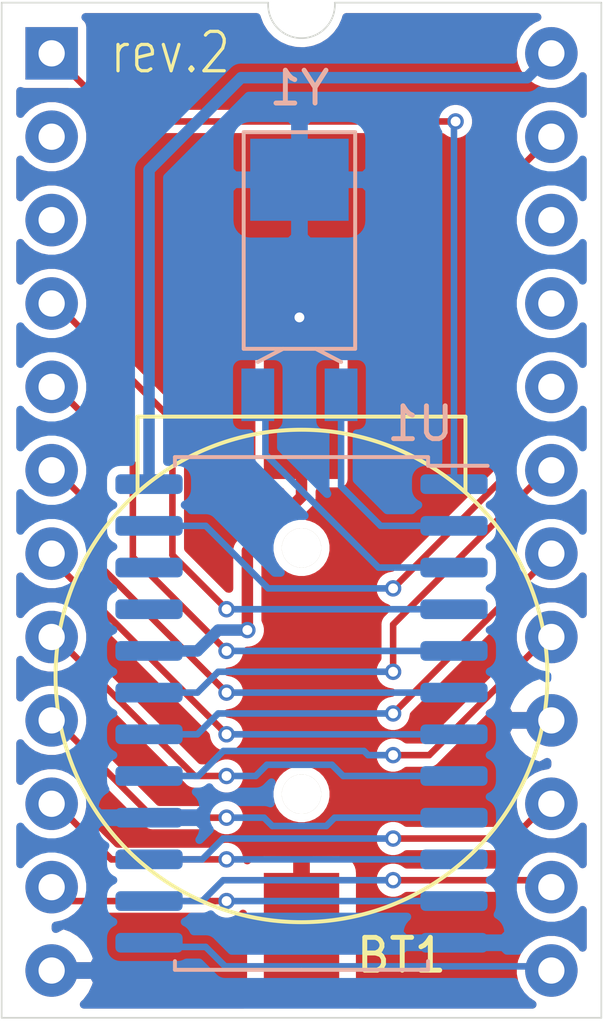
<source format=kicad_pcb>
(kicad_pcb (version 20171130) (host pcbnew 5.1.10)

  (general
    (thickness 1.6)
    (drawings 9)
    (tracks 113)
    (zones 0)
    (modules 4)
    (nets 22)
  )

  (page A4)
  (title_block
    (title NW12887)
    (date 2021-06-04)
    (rev 2)
    (company Necroware)
    (comment 1 "by Scorp")
  )

  (layers
    (0 F.Cu signal)
    (31 B.Cu signal)
    (32 B.Adhes user)
    (33 F.Adhes user)
    (34 B.Paste user)
    (35 F.Paste user)
    (36 B.SilkS user)
    (37 F.SilkS user)
    (38 B.Mask user)
    (39 F.Mask user)
    (40 Dwgs.User user)
    (41 Cmts.User user)
    (42 Eco1.User user)
    (43 Eco2.User user)
    (44 Edge.Cuts user)
    (45 Margin user)
    (46 B.CrtYd user)
    (47 F.CrtYd user)
    (48 B.Fab user hide)
    (49 F.Fab user hide)
  )

  (setup
    (last_trace_width 0.2)
    (trace_clearance 0.15)
    (zone_clearance 0.254)
    (zone_45_only no)
    (trace_min 0.2)
    (via_size 0.5)
    (via_drill 0.3)
    (via_min_size 0.4)
    (via_min_drill 0.3)
    (uvia_size 0.3)
    (uvia_drill 0.1)
    (uvias_allowed yes)
    (uvia_min_size 0.2)
    (uvia_min_drill 0.1)
    (edge_width 0.05)
    (segment_width 0.2)
    (pcb_text_width 0.3)
    (pcb_text_size 1.5 1.5)
    (mod_edge_width 0.12)
    (mod_text_size 1 1)
    (mod_text_width 0.15)
    (pad_size 1.524 1.524)
    (pad_drill 0.762)
    (pad_to_mask_clearance 0)
    (aux_axis_origin 0 0)
    (visible_elements FFFFFF7F)
    (pcbplotparams
      (layerselection 0x010fc_ffffffff)
      (usegerberextensions false)
      (usegerberattributes false)
      (usegerberadvancedattributes true)
      (creategerberjobfile true)
      (excludeedgelayer true)
      (linewidth 0.100000)
      (plotframeref false)
      (viasonmask false)
      (mode 1)
      (useauxorigin false)
      (hpglpennumber 1)
      (hpglpenspeed 20)
      (hpglpendiameter 15.000000)
      (psnegative false)
      (psa4output false)
      (plotreference true)
      (plotvalue true)
      (plotinvisibletext false)
      (padsonsilk false)
      (subtractmaskfromsilk false)
      (outputformat 1)
      (mirror false)
      (drillshape 0)
      (scaleselection 1)
      (outputdirectory "./gerber"))
  )

  (net 0 "")
  (net 1 GND)
  (net 2 VCC)
  (net 3 SQW)
  (net 4 AD7)
  (net 5 AD6)
  (net 6 AD5)
  (net 7 AD4)
  (net 8 INT)
  (net 9 AD3)
  (net 10 RST)
  (net 11 AD2)
  (net 12 DS)
  (net 13 AD1)
  (net 14 AD0)
  (net 15 RW)
  (net 16 AS)
  (net 17 CS)
  (net 18 MOT)
  (net 19 BC)
  (net 20 X2)
  (net 21 X1)

  (net_class Default "This is the default net class."
    (clearance 0.15)
    (trace_width 0.2)
    (via_dia 0.5)
    (via_drill 0.3)
    (uvia_dia 0.3)
    (uvia_drill 0.1)
    (add_net AD0)
    (add_net AD1)
    (add_net AD2)
    (add_net AD3)
    (add_net AD4)
    (add_net AD5)
    (add_net AD6)
    (add_net AD7)
    (add_net AS)
    (add_net CS)
    (add_net DS)
    (add_net INT)
    (add_net MOT)
    (add_net "Net-(U1-Pad21)")
    (add_net "Net-(U1-Pad22)")
    (add_net "Net-(U2-Pad2)")
    (add_net "Net-(U2-Pad20)")
    (add_net "Net-(U2-Pad21)")
    (add_net "Net-(U2-Pad22)")
    (add_net "Net-(U2-Pad3)")
    (add_net RST)
    (add_net RW)
    (add_net SQW)
    (add_net X1)
    (add_net X2)
  )

  (net_class Power ""
    (clearance 0.2)
    (trace_width 0.35)
    (via_dia 0.5)
    (via_drill 0.3)
    (uvia_dia 0.3)
    (uvia_drill 0.1)
    (add_net BC)
    (add_net GND)
    (add_net VCC)
  )

  (module Package_SO:SOIC-24W_7.5x15.4mm_P1.27mm (layer B.Cu) (tedit 5D9F72B1) (tstamp 60AA552F)
    (at 134.62 99.568 180)
    (descr "SOIC, 24 Pin (JEDEC MS-013AD, https://www.analog.com/media/en/package-pcb-resources/package/pkg_pdf/soic_wide-rw/RW_24.pdf), generated with kicad-footprint-generator ipc_gullwing_generator.py")
    (tags "SOIC SO")
    (path /60A06FF2)
    (attr smd)
    (fp_text reference U1 (at -3.6195 8.8265) (layer B.SilkS)
      (effects (font (size 1 1) (thickness 0.15)) (justify mirror))
    )
    (fp_text value ds12887 (at 0 -8.65) (layer B.Fab)
      (effects (font (size 1 1) (thickness 0.15)) (justify mirror))
    )
    (fp_line (start 5.93 7.95) (end -5.93 7.95) (layer B.CrtYd) (width 0.05))
    (fp_line (start 5.93 -7.95) (end 5.93 7.95) (layer B.CrtYd) (width 0.05))
    (fp_line (start -5.93 -7.95) (end 5.93 -7.95) (layer B.CrtYd) (width 0.05))
    (fp_line (start -5.93 7.95) (end -5.93 -7.95) (layer B.CrtYd) (width 0.05))
    (fp_line (start -3.75 6.7) (end -2.75 7.7) (layer B.Fab) (width 0.1))
    (fp_line (start -3.75 -7.7) (end -3.75 6.7) (layer B.Fab) (width 0.1))
    (fp_line (start 3.75 -7.7) (end -3.75 -7.7) (layer B.Fab) (width 0.1))
    (fp_line (start 3.75 7.7) (end 3.75 -7.7) (layer B.Fab) (width 0.1))
    (fp_line (start -2.75 7.7) (end 3.75 7.7) (layer B.Fab) (width 0.1))
    (fp_line (start -3.86 7.545) (end -5.675 7.545) (layer B.SilkS) (width 0.12))
    (fp_line (start -3.86 7.81) (end -3.86 7.545) (layer B.SilkS) (width 0.12))
    (fp_line (start 0 7.81) (end -3.86 7.81) (layer B.SilkS) (width 0.12))
    (fp_line (start 3.86 7.81) (end 3.86 7.545) (layer B.SilkS) (width 0.12))
    (fp_line (start 0 7.81) (end 3.86 7.81) (layer B.SilkS) (width 0.12))
    (fp_line (start -3.86 -7.81) (end -3.86 -7.545) (layer B.SilkS) (width 0.12))
    (fp_line (start 0 -7.81) (end -3.86 -7.81) (layer B.SilkS) (width 0.12))
    (fp_line (start 3.86 -7.81) (end 3.86 -7.545) (layer B.SilkS) (width 0.12))
    (fp_line (start 0 -7.81) (end 3.86 -7.81) (layer B.SilkS) (width 0.12))
    (fp_text user %R (at 0 0) (layer B.Fab)
      (effects (font (size 1 1) (thickness 0.15)) (justify mirror))
    )
    (pad 24 smd roundrect (at 4.65 6.985 180) (size 2.05 0.6) (layers B.Cu B.Paste B.Mask) (roundrect_rratio 0.25)
      (net 2 VCC))
    (pad 23 smd roundrect (at 4.65 5.715 180) (size 2.05 0.6) (layers B.Cu B.Paste B.Mask) (roundrect_rratio 0.25)
      (net 3 SQW))
    (pad 22 smd roundrect (at 4.65 4.445 180) (size 2.05 0.6) (layers B.Cu B.Paste B.Mask) (roundrect_rratio 0.25))
    (pad 21 smd roundrect (at 4.65 3.175 180) (size 2.05 0.6) (layers B.Cu B.Paste B.Mask) (roundrect_rratio 0.25))
    (pad 20 smd roundrect (at 4.65 1.905 180) (size 2.05 0.6) (layers B.Cu B.Paste B.Mask) (roundrect_rratio 0.25)
      (net 19 BC))
    (pad 19 smd roundrect (at 4.65 0.635 180) (size 2.05 0.6) (layers B.Cu B.Paste B.Mask) (roundrect_rratio 0.25)
      (net 8 INT))
    (pad 18 smd roundrect (at 4.65 -0.635 180) (size 2.05 0.6) (layers B.Cu B.Paste B.Mask) (roundrect_rratio 0.25)
      (net 10 RST))
    (pad 17 smd roundrect (at 4.65 -1.905 180) (size 2.05 0.6) (layers B.Cu B.Paste B.Mask) (roundrect_rratio 0.25)
      (net 12 DS))
    (pad 16 smd roundrect (at 4.65 -3.175 180) (size 2.05 0.6) (layers B.Cu B.Paste B.Mask) (roundrect_rratio 0.25)
      (net 1 GND))
    (pad 15 smd roundrect (at 4.65 -4.445 180) (size 2.05 0.6) (layers B.Cu B.Paste B.Mask) (roundrect_rratio 0.25)
      (net 15 RW))
    (pad 14 smd roundrect (at 4.65 -5.715 180) (size 2.05 0.6) (layers B.Cu B.Paste B.Mask) (roundrect_rratio 0.25)
      (net 16 AS))
    (pad 13 smd roundrect (at 4.65 -6.985 180) (size 2.05 0.6) (layers B.Cu B.Paste B.Mask) (roundrect_rratio 0.25)
      (net 17 CS))
    (pad 12 smd roundrect (at -4.65 -6.985 180) (size 2.05 0.6) (layers B.Cu B.Paste B.Mask) (roundrect_rratio 0.25)
      (net 1 GND))
    (pad 11 smd roundrect (at -4.65 -5.715 180) (size 2.05 0.6) (layers B.Cu B.Paste B.Mask) (roundrect_rratio 0.25)
      (net 4 AD7))
    (pad 10 smd roundrect (at -4.65 -4.445 180) (size 2.05 0.6) (layers B.Cu B.Paste B.Mask) (roundrect_rratio 0.25)
      (net 5 AD6))
    (pad 9 smd roundrect (at -4.65 -3.175 180) (size 2.05 0.6) (layers B.Cu B.Paste B.Mask) (roundrect_rratio 0.25)
      (net 6 AD5))
    (pad 8 smd roundrect (at -4.65 -1.905 180) (size 2.05 0.6) (layers B.Cu B.Paste B.Mask) (roundrect_rratio 0.25)
      (net 7 AD4))
    (pad 7 smd roundrect (at -4.65 -0.635 180) (size 2.05 0.6) (layers B.Cu B.Paste B.Mask) (roundrect_rratio 0.25)
      (net 9 AD3))
    (pad 6 smd roundrect (at -4.65 0.635 180) (size 2.05 0.6) (layers B.Cu B.Paste B.Mask) (roundrect_rratio 0.25)
      (net 11 AD2))
    (pad 5 smd roundrect (at -4.65 1.905 180) (size 2.05 0.6) (layers B.Cu B.Paste B.Mask) (roundrect_rratio 0.25)
      (net 13 AD1))
    (pad 4 smd roundrect (at -4.65 3.175 180) (size 2.05 0.6) (layers B.Cu B.Paste B.Mask) (roundrect_rratio 0.25)
      (net 14 AD0))
    (pad 3 smd roundrect (at -4.65 4.445 180) (size 2.05 0.6) (layers B.Cu B.Paste B.Mask) (roundrect_rratio 0.25)
      (net 20 X2))
    (pad 2 smd roundrect (at -4.65 5.715 180) (size 2.05 0.6) (layers B.Cu B.Paste B.Mask) (roundrect_rratio 0.25)
      (net 21 X1))
    (pad 1 smd roundrect (at -4.65 6.985 180) (size 2.05 0.6) (layers B.Cu B.Paste B.Mask) (roundrect_rratio 0.25)
      (net 18 MOT))
    (model ${KISYS3DMOD}/Package_SO.3dshapes/SOIC-24W_7.5x15.4mm_P1.27mm.wrl
      (at (xyz 0 0 0))
      (scale (xyz 1 1 1))
      (rotate (xyz 0 0 0))
    )
  )

  (module Package_DIP:DIP-24_W15.24mm_Socket (layer F.Cu) (tedit 60A81ED2) (tstamp 60AA500D)
    (at 127 79.459001)
    (descr "24-lead though-hole mounted DIP package, row spacing 15.24 mm (600 mils), Socket")
    (tags "THT DIP DIL PDIP 2.54mm 15.24mm 600mil Socket")
    (path /60A068FA)
    (fp_text reference U2 (at 7.62 -2.33) (layer F.SilkS) hide
      (effects (font (size 1 1) (thickness 0.15)))
    )
    (fp_text value ds12887 (at 7.62 30.27) (layer F.Fab) hide
      (effects (font (size 1 1) (thickness 0.15)))
    )
    (fp_line (start 1.255 -1.27) (end 14.985 -1.27) (layer F.Fab) (width 0.1))
    (fp_line (start 14.985 -1.27) (end 14.985 29.21) (layer F.Fab) (width 0.1))
    (fp_line (start 14.985 29.21) (end 0.255 29.21) (layer F.Fab) (width 0.1))
    (fp_line (start 0.255 29.21) (end 0.255 -0.27) (layer F.Fab) (width 0.1))
    (fp_line (start 0.255 -0.27) (end 1.255 -1.27) (layer F.Fab) (width 0.1))
    (fp_line (start -1.27 -1.33) (end -1.27 29.27) (layer F.Fab) (width 0.1))
    (fp_line (start -1.27 29.27) (end 16.51 29.27) (layer F.Fab) (width 0.1))
    (fp_line (start 16.51 29.27) (end 16.51 -1.33) (layer F.Fab) (width 0.1))
    (fp_line (start 16.51 -1.33) (end -1.27 -1.33) (layer F.Fab) (width 0.1))
    (fp_line (start -1.55 -1.6) (end -1.55 29.55) (layer F.CrtYd) (width 0.05))
    (fp_line (start -1.55 29.55) (end 16.8 29.55) (layer F.CrtYd) (width 0.05))
    (fp_line (start 16.8 29.55) (end 16.8 -1.6) (layer F.CrtYd) (width 0.05))
    (fp_line (start 16.8 -1.6) (end -1.55 -1.6) (layer F.CrtYd) (width 0.05))
    (fp_text user %R (at 7.62 13.97) (layer F.Fab) hide
      (effects (font (size 1 1) (thickness 0.15)))
    )
    (pad 24 thru_hole oval (at 15.24 0) (size 1.6 1.6) (drill 0.8) (layers *.Cu *.Mask)
      (net 2 VCC))
    (pad 12 thru_hole oval (at 0 27.94) (size 1.6 1.6) (drill 0.8) (layers *.Cu *.Mask)
      (net 1 GND))
    (pad 23 thru_hole oval (at 15.24 2.54) (size 1.6 1.6) (drill 0.8) (layers *.Cu *.Mask)
      (net 3 SQW))
    (pad 11 thru_hole oval (at 0 25.4) (size 1.6 1.6) (drill 0.8) (layers *.Cu *.Mask)
      (net 4 AD7))
    (pad 22 thru_hole oval (at 15.24 5.08) (size 1.6 1.6) (drill 0.8) (layers *.Cu *.Mask))
    (pad 10 thru_hole oval (at 0 22.86) (size 1.6 1.6) (drill 0.8) (layers *.Cu *.Mask)
      (net 5 AD6))
    (pad 21 thru_hole oval (at 15.24 7.62) (size 1.6 1.6) (drill 0.8) (layers *.Cu *.Mask))
    (pad 9 thru_hole oval (at 0 20.32) (size 1.6 1.6) (drill 0.8) (layers *.Cu *.Mask)
      (net 6 AD5))
    (pad 20 thru_hole oval (at 15.24 10.16) (size 1.6 1.6) (drill 0.8) (layers *.Cu *.Mask))
    (pad 8 thru_hole oval (at 0 17.78) (size 1.6 1.6) (drill 0.8) (layers *.Cu *.Mask)
      (net 7 AD4))
    (pad 19 thru_hole oval (at 15.24 12.7) (size 1.6 1.6) (drill 0.8) (layers *.Cu *.Mask)
      (net 8 INT))
    (pad 7 thru_hole oval (at 0 15.24) (size 1.6 1.6) (drill 0.8) (layers *.Cu *.Mask)
      (net 9 AD3))
    (pad 18 thru_hole oval (at 15.24 15.24) (size 1.6 1.6) (drill 0.8) (layers *.Cu *.Mask)
      (net 10 RST))
    (pad 6 thru_hole oval (at 0 12.7) (size 1.6 1.6) (drill 0.8) (layers *.Cu *.Mask)
      (net 11 AD2))
    (pad 17 thru_hole oval (at 15.24 17.78) (size 1.6 1.6) (drill 0.8) (layers *.Cu *.Mask)
      (net 12 DS))
    (pad 5 thru_hole oval (at 0 10.16) (size 1.6 1.6) (drill 0.8) (layers *.Cu *.Mask)
      (net 13 AD1))
    (pad 16 thru_hole oval (at 15.24 20.32) (size 1.6 1.6) (drill 0.8) (layers *.Cu *.Mask)
      (net 1 GND))
    (pad 4 thru_hole oval (at 0 7.62) (size 1.6 1.6) (drill 0.8) (layers *.Cu *.Mask)
      (net 14 AD0))
    (pad 15 thru_hole oval (at 15.24 22.86) (size 1.6 1.6) (drill 0.8) (layers *.Cu *.Mask)
      (net 15 RW))
    (pad 3 thru_hole oval (at 0 5.08) (size 1.6 1.6) (drill 0.8) (layers *.Cu *.Mask))
    (pad 14 thru_hole oval (at 15.24 25.4) (size 1.6 1.6) (drill 0.8) (layers *.Cu *.Mask)
      (net 16 AS))
    (pad 2 thru_hole oval (at 0 2.54) (size 1.6 1.6) (drill 0.8) (layers *.Cu *.Mask))
    (pad 13 thru_hole oval (at 15.24 27.94) (size 1.6 1.6) (drill 0.8) (layers *.Cu *.Mask)
      (net 17 CS))
    (pad 1 thru_hole rect (at 0 0) (size 1.6 1.6) (drill 0.8) (layers *.Cu *.Mask)
      (net 18 MOT))
    (model ${KISYS3DMOD}/Package_DIP.3dshapes/DIP-24_W15.24mm_Socket.wrl
      (at (xyz 0 0 0))
      (scale (xyz 1 1 1))
      (rotate (xyz 0 0 0))
    )
  )

  (module nw12887:BatteryHolder_CR1220 (layer F.Cu) (tedit 60A7B985) (tstamp 60AA63D9)
    (at 134.62 98.426 180)
    (path /60A1174E)
    (fp_text reference BT1 (at -3.048 -8.508) (layer F.SilkS)
      (effects (font (size 1 1) (thickness 0.15)))
    )
    (fp_text value Battery_Cell (at 0.3 11) (layer F.Fab)
      (effects (font (size 1 1) (thickness 0.15)))
    )
    (fp_circle (center 0 0) (end 0.1 -7.5) (layer F.SilkS) (width 0.12))
    (fp_line (start -5 5.6) (end -5 7.9) (layer F.SilkS) (width 0.12))
    (fp_line (start -5 7.9) (end 5 7.9) (layer F.SilkS) (width 0.12))
    (fp_line (start 5 7.9) (end 5 5.6) (layer F.SilkS) (width 0.12))
    (pad 1 smd rect (at 0 8 180) (size 2.3 4) (layers F.Cu F.Paste F.Mask)
      (net 19 BC))
    (pad 2 smd rect (at 0 -8 180) (size 2.3 4) (layers F.Cu F.Paste F.Mask)
      (net 1 GND))
    (pad "" thru_hole circle (at 0 -3.6 180) (size 1.2 1.2) (drill 1.2) (layers *.Cu F.SilkS))
    (pad "" thru_hole circle (at 0 3.9 180) (size 1.2 1.2) (drill 1.2) (layers *.Cu F.SilkS))
  )

  (module Crystal:Crystal_SMD_FrontierElectronics_FM206 (layer B.Cu) (tedit 5A1AD604) (tstamp 60A7C320)
    (at 134.5565 86.36)
    (descr "SMD Watch Crystal FrontierElectronics FM206 6.0mm length 1.9mm diameter http://www.chinafronter.com/wp-content/uploads/2013/12/FM206.pdf")
    (tags ['FM206'])
    (path /60A0ABAA)
    (attr smd)
    (fp_text reference Y1 (at 0 -5.842 180) (layer B.SilkS)
      (effects (font (size 1 1) (thickness 0.15)) (justify mirror))
    )
    (fp_text value Crystal_Small (at 3.02 2.1625 90) (layer B.Fab)
      (effects (font (size 1 1) (thickness 0.15)) (justify mirror))
    )
    (fp_line (start -0.95 1.9) (end -0.95 -4.1) (layer B.Fab) (width 0.1))
    (fp_line (start -0.95 -4.1) (end 0.95 -4.1) (layer B.Fab) (width 0.1))
    (fp_line (start 0.95 -4.1) (end 0.95 1.9) (layer B.Fab) (width 0.1))
    (fp_line (start 0.95 1.9) (end -0.95 1.9) (layer B.Fab) (width 0.1))
    (fp_line (start -0.5 1.9) (end -1.27 2.7) (layer B.Fab) (width 0.1))
    (fp_line (start -1.27 2.7) (end -1.27 3.5) (layer B.Fab) (width 0.1))
    (fp_line (start 0.5 1.9) (end 1.27 2.7) (layer B.Fab) (width 0.1))
    (fp_line (start 1.27 2.7) (end 1.27 3.5) (layer B.Fab) (width 0.1))
    (fp_line (start -1.7 2.1) (end -1.7 -4.5) (layer B.SilkS) (width 0.12))
    (fp_line (start -1.7 -4.5) (end 1.7 -4.5) (layer B.SilkS) (width 0.12))
    (fp_line (start 1.7 -4.5) (end 1.7 2.1) (layer B.SilkS) (width 0.12))
    (fp_line (start 1.7 2.1) (end -1.7 2.1) (layer B.SilkS) (width 0.12))
    (fp_line (start -0.5 2.1) (end -1.27 2.5) (layer B.SilkS) (width 0.12))
    (fp_line (start -1.27 2.5) (end -1.27 2.5) (layer B.SilkS) (width 0.12))
    (fp_line (start 0.5 2.1) (end 1.27 2.5) (layer B.SilkS) (width 0.12))
    (fp_line (start 1.27 2.5) (end 1.27 2.5) (layer B.SilkS) (width 0.12))
    (fp_line (start -2.1 4.63) (end -2.1 -5.07) (layer B.CrtYd) (width 0.05))
    (fp_line (start -2.1 -5.07) (end 2.1 -5.07) (layer B.CrtYd) (width 0.05))
    (fp_line (start 2.1 -5.07) (end 2.1 4.63) (layer B.CrtYd) (width 0.05))
    (fp_line (start 2.1 4.63) (end -2.1 4.63) (layer B.CrtYd) (width 0.05))
    (fp_text user %R (at 0 -0.3 180) (layer B.Fab)
      (effects (font (size 0.6 0.6) (thickness 0.09)) (justify mirror))
    )
    (pad 3 smd rect (at 0 -3.05) (size 3 2.5) (layers B.Cu B.Paste B.Mask)
      (net 1 GND))
    (pad 2 smd rect (at 1.27 3.5) (size 1 1.6) (layers B.Cu B.Paste B.Mask)
      (net 21 X1))
    (pad 1 smd rect (at -1.27 3.5) (size 1 1.6) (layers B.Cu B.Paste B.Mask)
      (net 20 X2))
    (model ${KISYS3DMOD}/Crystal.3dshapes/Crystal_SMD_FrontierElectronics_FM206.wrl
      (offset (xyz 0 0.224999996200839 0))
      (scale (xyz 1 1 1))
      (rotate (xyz 0 0 0))
    )
  )

  (gr_line (start 125.476 77.9145) (end 133.604 77.9145) (layer Edge.Cuts) (width 0.05) (tstamp 60A7EEEB))
  (gr_arc (start 134.62 77.978) (end 133.604 77.9145) (angle -187.1526687) (layer Edge.Cuts) (width 0.05))
  (gr_text rev.2 (at 130.6195 79.4385) (layer F.SilkS) (tstamp 60A873CF)
    (effects (font (size 1.2 1) (thickness 0.1)))
  )
  (gr_line (start 125.476 108.839) (end 125.476 77.9145) (layer Edge.Cuts) (width 0.05))
  (gr_line (start 143.764 108.839) (end 125.476 108.839) (layer Edge.Cuts) (width 0.05))
  (gr_line (start 143.764 77.9145) (end 143.764 108.839) (layer Edge.Cuts) (width 0.05))
  (gr_line (start 135.636 77.9145) (end 143.764 77.9145) (layer Edge.Cuts) (width 0.05))
  (gr_text "by Necroware" (at 134.493 86.0425) (layer F.Mask) (tstamp 60BA028A)
    (effects (font (size 1.5 1.2) (thickness 0.25)))
  )
  (gr_text NW12887 (at 134.493 83.7565) (layer F.Mask)
    (effects (font (size 1.5 1.5) (thickness 0.3)))
  )

  (via micro (at 134.5565 87.503) (size 0.5) (drill 0.3) (layers F.Cu B.Cu) (net 1))
  (segment (start 141.498501 80.2005) (end 142.24 79.459001) (width 0.35) (layer B.Cu) (net 2))
  (segment (start 132.7785 80.2005) (end 141.498501 80.2005) (width 0.35) (layer B.Cu) (net 2))
  (segment (start 129.97 83.009) (end 132.7785 80.2005) (width 0.35) (layer B.Cu) (net 2))
  (segment (start 129.97 92.583) (end 129.97 83.009) (width 0.35) (layer B.Cu) (net 2))
  (via micro (at 137.414 95.758) (size 0.5) (drill 0.3) (layers F.Cu B.Cu) (net 3))
  (segment (start 129.97 93.853) (end 131.699 93.853) (width 0.2) (layer B.Cu) (net 3))
  (segment (start 133.604 95.758) (end 137.414 95.758) (width 0.2) (layer B.Cu) (net 3))
  (segment (start 131.699 93.853) (end 133.604 95.758) (width 0.2) (layer B.Cu) (net 3))
  (segment (start 140.843 83.396001) (end 142.24 81.999001) (width 0.2) (layer F.Cu) (net 3))
  (segment (start 140.843 92.329) (end 140.843 83.396001) (width 0.2) (layer F.Cu) (net 3))
  (segment (start 137.414 95.758) (end 140.843 92.329) (width 0.2) (layer F.Cu) (net 3))
  (via micro (at 132.334 105.283) (size 0.5) (drill 0.3) (layers F.Cu B.Cu) (net 4))
  (segment (start 139.27 105.283) (end 132.334 105.283) (width 0.2) (layer B.Cu) (net 4))
  (segment (start 127.550999 105.283) (end 127 104.732001) (width 0.2) (layer F.Cu) (net 4))
  (segment (start 132.334 105.283) (end 127.550999 105.283) (width 0.2) (layer F.Cu) (net 4))
  (via micro (at 132.334 104.013) (size 0.5) (drill 0.3) (layers F.Cu B.Cu) (net 5))
  (segment (start 132.334 104.013) (end 139.27 104.013) (width 0.2) (layer B.Cu) (net 5))
  (segment (start 128.820999 104.013) (end 127 102.192001) (width 0.2) (layer F.Cu) (net 5))
  (segment (start 132.334 104.013) (end 128.820999 104.013) (width 0.2) (layer F.Cu) (net 5))
  (via micro (at 132.334 102.743) (size 0.5) (drill 0.3) (layers F.Cu B.Cu) (net 6))
  (segment (start 130.090999 102.743) (end 127 99.652001) (width 0.2) (layer F.Cu) (net 6))
  (segment (start 132.334 102.743) (end 130.090999 102.743) (width 0.2) (layer F.Cu) (net 6))
  (segment (start 135.630001 102.743) (end 139.27 102.743) (width 0.2) (layer B.Cu) (net 6))
  (segment (start 135.376001 102.997) (end 135.630001 102.743) (width 0.2) (layer B.Cu) (net 6))
  (segment (start 133.731 102.997) (end 135.376001 102.997) (width 0.2) (layer B.Cu) (net 6))
  (segment (start 133.477 102.743) (end 133.731 102.997) (width 0.2) (layer B.Cu) (net 6))
  (segment (start 132.334 102.743) (end 133.477 102.743) (width 0.2) (layer B.Cu) (net 6))
  (via micro (at 132.334 101.473) (size 0.5) (drill 0.3) (layers F.Cu B.Cu) (net 7))
  (segment (start 131.360999 101.473) (end 127 97.112001) (width 0.2) (layer F.Cu) (net 7))
  (segment (start 132.334 101.473) (end 131.360999 101.473) (width 0.2) (layer F.Cu) (net 7))
  (segment (start 135.89 101.473) (end 139.27 101.473) (width 0.2) (layer B.Cu) (net 7))
  (segment (start 135.547999 101.130999) (end 135.89 101.473) (width 0.2) (layer B.Cu) (net 7))
  (segment (start 133.565001 101.130999) (end 135.547999 101.130999) (width 0.2) (layer B.Cu) (net 7))
  (segment (start 133.223 101.473) (end 133.565001 101.130999) (width 0.2) (layer B.Cu) (net 7))
  (segment (start 132.334 101.473) (end 133.223 101.473) (width 0.2) (layer B.Cu) (net 7))
  (via micro (at 137.414 98.298) (size 0.5) (drill 0.3) (layers F.Cu B.Cu) (net 8) (tstamp 60AA50F9))
  (segment (start 132.08 98.298) (end 137.414 98.298) (width 0.2) (layer B.Cu) (net 8))
  (segment (start 131.445 98.933) (end 132.08 98.298) (width 0.2) (layer B.Cu) (net 8))
  (segment (start 129.97 98.933) (end 131.445 98.933) (width 0.2) (layer B.Cu) (net 8))
  (segment (start 141.066011 93.20599) (end 142.24 92.032001) (width 0.2) (layer F.Cu) (net 8))
  (segment (start 137.414 96.858001) (end 141.066011 93.20599) (width 0.2) (layer F.Cu) (net 8))
  (segment (start 137.414 98.298) (end 137.414 96.858001) (width 0.2) (layer F.Cu) (net 8))
  (via micro (at 132.334 100.203) (size 0.5) (drill 0.3) (layers F.Cu B.Cu) (net 9))
  (segment (start 128.016 95.885) (end 132.334 100.203) (width 0.2) (layer F.Cu) (net 9))
  (segment (start 127 94.869) (end 128.016 95.885) (width 0.2) (layer F.Cu) (net 9))
  (segment (start 127 94.572001) (end 127 94.869) (width 0.2) (layer F.Cu) (net 9))
  (segment (start 132.334 100.203) (end 139.27 100.203) (width 0.2) (layer B.Cu) (net 9))
  (via micro (at 137.414 99.568) (size 0.5) (drill 0.3) (layers F.Cu B.Cu) (net 10) (tstamp 60AA50F9))
  (segment (start 129.97 100.203) (end 131.445 100.203) (width 0.2) (layer B.Cu) (net 10))
  (segment (start 132.08 99.568) (end 137.414 99.568) (width 0.2) (layer B.Cu) (net 10))
  (segment (start 131.445 100.203) (end 132.08 99.568) (width 0.2) (layer B.Cu) (net 10))
  (segment (start 142.24 94.742) (end 142.24 94.572001) (width 0.2) (layer F.Cu) (net 10))
  (segment (start 137.414 99.568) (end 142.24 94.742) (width 0.2) (layer F.Cu) (net 10))
  (via micro (at 132.334 98.933) (size 0.5) (drill 0.3) (layers F.Cu B.Cu) (net 11))
  (segment (start 132.334 98.933) (end 139.27 98.933) (width 0.2) (layer B.Cu) (net 11))
  (segment (start 128.4605 93.492501) (end 127 92.032001) (width 0.2) (layer F.Cu) (net 11))
  (segment (start 128.4605 95.0595) (end 128.4605 93.492501) (width 0.2) (layer F.Cu) (net 11))
  (segment (start 132.334 98.933) (end 128.4605 95.0595) (width 0.2) (layer F.Cu) (net 11))
  (via micro (at 137.414 100.838) (size 0.5) (drill 0.3) (layers F.Cu B.Cu) (net 12))
  (segment (start 138.514001 100.838) (end 137.414 100.838) (width 0.2) (layer F.Cu) (net 12))
  (segment (start 142.24 97.112001) (end 138.514001 100.838) (width 0.2) (layer F.Cu) (net 12))
  (segment (start 136.525 100.711) (end 136.652 100.838) (width 0.2) (layer B.Cu) (net 12))
  (segment (start 132.236 100.711) (end 136.525 100.711) (width 0.2) (layer B.Cu) (net 12))
  (segment (start 131.474 101.473) (end 132.236 100.711) (width 0.2) (layer B.Cu) (net 12))
  (segment (start 129.97 101.473) (end 131.474 101.473) (width 0.2) (layer B.Cu) (net 12))
  (segment (start 136.652 100.838) (end 137.414 100.838) (width 0.2) (layer B.Cu) (net 12))
  (via micro (at 132.334 97.663) (size 0.5) (drill 0.3) (layers F.Cu B.Cu) (net 13))
  (segment (start 132.334 97.663) (end 139.27 97.663) (width 0.2) (layer B.Cu) (net 13))
  (segment (start 129.4765 94.8055) (end 132.334 97.663) (width 0.2) (layer F.Cu) (net 13))
  (segment (start 129.4765 91.968501) (end 129.4765 94.8055) (width 0.2) (layer F.Cu) (net 13))
  (segment (start 127 89.492001) (end 129.4765 91.968501) (width 0.2) (layer F.Cu) (net 13))
  (via micro (at 132.334 96.393) (size 0.5) (drill 0.3) (layers F.Cu B.Cu) (net 14))
  (segment (start 132.334 96.393) (end 139.27 96.393) (width 0.2) (layer B.Cu) (net 14))
  (segment (start 130.683 94.742) (end 132.334 96.393) (width 0.2) (layer F.Cu) (net 14))
  (segment (start 130.683 90.635001) (end 130.683 94.742) (width 0.2) (layer F.Cu) (net 14))
  (segment (start 127 86.952001) (end 130.683 90.635001) (width 0.2) (layer F.Cu) (net 14))
  (via micro (at 137.414 103.378) (size 0.5) (drill 0.3) (layers F.Cu B.Cu) (net 15) (tstamp 60AA50F9))
  (segment (start 129.97 104.14) (end 130.048 104.062) (width 0.2) (layer B.Cu) (net 15))
  (segment (start 130.048 104.062) (end 130.048 104.013) (width 0.2) (layer B.Cu) (net 15))
  (segment (start 132.228998 103.378) (end 137.414 103.378) (width 0.2) (layer B.Cu) (net 15))
  (segment (start 131.593998 104.013) (end 132.228998 103.378) (width 0.2) (layer B.Cu) (net 15))
  (segment (start 129.97 104.013) (end 131.593998 104.013) (width 0.2) (layer B.Cu) (net 15))
  (segment (start 141.054001 103.378) (end 142.24 102.192001) (width 0.2) (layer F.Cu) (net 15))
  (segment (start 137.414 103.378) (end 141.054001 103.378) (width 0.2) (layer F.Cu) (net 15))
  (via micro (at 137.414 104.648) (size 0.5) (drill 0.3) (layers F.Cu B.Cu) (net 16) (tstamp 60AA55BC))
  (segment (start 132.228998 104.648) (end 137.414 104.648) (width 0.2) (layer B.Cu) (net 16))
  (segment (start 131.593998 105.283) (end 132.228998 104.648) (width 0.2) (layer B.Cu) (net 16))
  (segment (start 129.97 105.283) (end 131.593998 105.283) (width 0.2) (layer B.Cu) (net 16))
  (segment (start 142.155999 104.648) (end 142.24 104.732001) (width 0.2) (layer F.Cu) (net 16))
  (segment (start 137.414 104.648) (end 142.155999 104.648) (width 0.2) (layer F.Cu) (net 16))
  (segment (start 132.291001 107.272001) (end 142.24 107.272001) (width 0.2) (layer B.Cu) (net 17))
  (segment (start 131.699 106.68) (end 132.291001 107.272001) (width 0.2) (layer B.Cu) (net 17))
  (segment (start 129.97 106.68) (end 131.699 106.68) (width 0.2) (layer B.Cu) (net 17))
  (via micro (at 139.319 81.533998) (size 0.5) (drill 0.3) (layers F.Cu B.Cu) (net 18))
  (segment (start 139.27 92.583) (end 139.27 81.582998) (width 0.2) (layer B.Cu) (net 18))
  (segment (start 139.27 81.582998) (end 139.319 81.533998) (width 0.2) (layer B.Cu) (net 18))
  (segment (start 127 79.459001) (end 129.074997 81.533998) (width 0.2) (layer F.Cu) (net 18))
  (segment (start 129.074997 81.533998) (end 139.319 81.533998) (width 0.2) (layer F.Cu) (net 18))
  (via (at 132.969 97.028) (size 0.5) (drill 0.3) (layers F.Cu B.Cu) (net 19))
  (segment (start 129.97 97.663) (end 131.445 97.663) (width 0.35) (layer B.Cu) (net 19))
  (segment (start 131.445 97.663) (end 132.08 97.028) (width 0.35) (layer B.Cu) (net 19))
  (segment (start 132.08 97.028) (end 132.969 97.028) (width 0.35) (layer B.Cu) (net 19))
  (segment (start 132.969 97.028) (end 132.969 94.615) (width 0.35) (layer F.Cu) (net 19))
  (segment (start 134.62 92.964) (end 134.62 90.426) (width 0.35) (layer F.Cu) (net 19))
  (segment (start 132.969 94.615) (end 134.62 92.964) (width 0.35) (layer F.Cu) (net 19))
  (segment (start 136.9695 95.123) (end 139.27 95.123) (width 0.2) (layer B.Cu) (net 20))
  (segment (start 133.519989 90.093489) (end 133.519989 91.673489) (width 0.2) (layer B.Cu) (net 20))
  (segment (start 133.2865 89.86) (end 133.519989 90.093489) (width 0.2) (layer B.Cu) (net 20))
  (segment (start 133.519989 91.673489) (end 136.9695 95.123) (width 0.2) (layer B.Cu) (net 20))
  (segment (start 135.8265 89.86) (end 135.8265 92.6465) (width 0.2) (layer B.Cu) (net 21))
  (segment (start 137.033 93.853) (end 139.27 93.853) (width 0.2) (layer B.Cu) (net 21))
  (segment (start 135.8265 92.6465) (end 137.033 93.853) (width 0.2) (layer B.Cu) (net 21))

  (zone (net 1) (net_name GND) (layer F.Cu) (tstamp 60A89D6D) (hatch edge 0.508)
    (connect_pads (clearance 0.254))
    (min_thickness 0.254)
    (fill yes (arc_segments 32) (thermal_gap 0.508) (thermal_bridge_width 0.508))
    (polygon
      (pts
        (xy 143.3195 108.712) (xy 125.9205 108.712) (xy 125.9205 78.232) (xy 143.3195 78.232)
      )
    )
    (filled_polygon
      (pts
        (xy 133.25881 78.392715) (xy 133.26082 78.398016) (xy 133.33259 78.583274) (xy 133.349168 78.616126) (xy 133.365285 78.649205)
        (xy 133.368287 78.654014) (xy 133.474673 78.821805) (xy 133.497349 78.850855) (xy 133.519552 78.88013) (xy 133.52343 78.884265)
        (xy 133.660382 79.028197) (xy 133.688226 79.052251) (xy 133.715734 79.076695) (xy 133.720342 79.079997) (xy 133.882641 79.194587)
        (xy 133.914663 79.212796) (xy 133.946361 79.23141) (xy 133.951523 79.233755) (xy 134.132989 79.314638) (xy 134.16792 79.326274)
        (xy 134.202644 79.338382) (xy 134.208162 79.339679) (xy 134.208165 79.33968) (xy 134.208168 79.33968) (xy 134.401883 79.383776)
        (xy 134.438406 79.388405) (xy 134.474827 79.393539) (xy 134.48049 79.39374) (xy 134.480493 79.39374) (xy 134.679088 79.399369)
        (xy 134.715799 79.396817) (xy 134.752537 79.394778) (xy 134.758133 79.393874) (xy 134.758137 79.393874) (xy 134.954041 79.360822)
        (xy 134.989596 79.351178) (xy 135.0252 79.342052) (xy 135.030511 79.34008) (xy 135.030515 79.340079) (xy 135.030518 79.340077)
        (xy 135.21627 79.269605) (xy 135.249251 79.25325) (xy 135.28243 79.23737) (xy 135.28726 79.234402) (xy 135.45579 79.129189)
        (xy 135.484998 79.106715) (xy 135.514426 79.084719) (xy 135.518584 79.080873) (xy 135.518589 79.080869) (xy 135.518593 79.080864)
        (xy 135.663472 78.944927) (xy 135.68775 78.917218) (xy 135.712355 78.889913) (xy 135.71569 78.885328) (xy 135.83141 78.723832)
        (xy 135.849823 78.69197) (xy 135.868675 78.660375) (xy 135.871056 78.65523) (xy 135.953205 78.474334) (xy 135.965091 78.439467)
        (xy 135.977436 78.404841) (xy 135.978772 78.399331) (xy 135.988249 78.359) (xy 141.809538 78.359) (xy 141.680587 78.412413)
        (xy 141.487157 78.541659) (xy 141.322658 78.706158) (xy 141.193412 78.899588) (xy 141.104386 79.114516) (xy 141.059 79.342683)
        (xy 141.059 79.575319) (xy 141.104386 79.803486) (xy 141.193412 80.018414) (xy 141.322658 80.211844) (xy 141.487157 80.376343)
        (xy 141.680587 80.505589) (xy 141.895515 80.594615) (xy 142.123682 80.640001) (xy 142.356318 80.640001) (xy 142.584485 80.594615)
        (xy 142.799413 80.505589) (xy 142.992843 80.376343) (xy 143.157342 80.211844) (xy 143.1925 80.159226) (xy 143.1925 81.298776)
        (xy 143.157342 81.246158) (xy 142.992843 81.081659) (xy 142.799413 80.952413) (xy 142.584485 80.863387) (xy 142.356318 80.818001)
        (xy 142.123682 80.818001) (xy 141.895515 80.863387) (xy 141.680587 80.952413) (xy 141.487157 81.081659) (xy 141.322658 81.246158)
        (xy 141.193412 81.439588) (xy 141.104386 81.654516) (xy 141.059 81.882683) (xy 141.059 82.115319) (xy 141.104386 82.343486)
        (xy 141.136866 82.421899) (xy 140.519589 83.039176) (xy 140.501237 83.054237) (xy 140.486176 83.072589) (xy 140.441129 83.127479)
        (xy 140.396465 83.21104) (xy 140.36896 83.301709) (xy 140.359673 83.396001) (xy 140.362001 83.419637) (xy 140.362 92.129763)
        (xy 137.364764 95.127) (xy 137.351852 95.127) (xy 137.229944 95.151249) (xy 137.115109 95.198815) (xy 137.011761 95.26787)
        (xy 136.92387 95.355761) (xy 136.854815 95.459109) (xy 136.807249 95.573944) (xy 136.783 95.695852) (xy 136.783 95.820148)
        (xy 136.807249 95.942056) (xy 136.854815 96.056891) (xy 136.92387 96.160239) (xy 137.011761 96.24813) (xy 137.115109 96.317185)
        (xy 137.227872 96.363893) (xy 137.090589 96.501176) (xy 137.072237 96.516237) (xy 137.057176 96.534589) (xy 137.012129 96.589479)
        (xy 136.967465 96.67304) (xy 136.93996 96.763709) (xy 136.930673 96.858001) (xy 136.933001 96.881637) (xy 136.933 97.886631)
        (xy 136.92387 97.895761) (xy 136.854815 97.999109) (xy 136.807249 98.113944) (xy 136.783 98.235852) (xy 136.783 98.360148)
        (xy 136.807249 98.482056) (xy 136.854815 98.596891) (xy 136.92387 98.700239) (xy 137.011761 98.78813) (xy 137.115109 98.857185)
        (xy 137.229944 98.904751) (xy 137.351852 98.929) (xy 137.372764 98.929) (xy 137.364764 98.937) (xy 137.351852 98.937)
        (xy 137.229944 98.961249) (xy 137.115109 99.008815) (xy 137.011761 99.07787) (xy 136.92387 99.165761) (xy 136.854815 99.269109)
        (xy 136.807249 99.383944) (xy 136.783 99.505852) (xy 136.783 99.630148) (xy 136.807249 99.752056) (xy 136.854815 99.866891)
        (xy 136.92387 99.970239) (xy 137.011761 100.05813) (xy 137.115109 100.127185) (xy 137.229944 100.174751) (xy 137.351852 100.199)
        (xy 137.476148 100.199) (xy 137.598056 100.174751) (xy 137.712891 100.127185) (xy 137.816239 100.05813) (xy 137.90413 99.970239)
        (xy 137.973185 99.866891) (xy 138.020751 99.752056) (xy 138.045 99.630148) (xy 138.045 99.617236) (xy 141.847507 95.81473)
        (xy 141.895515 95.834615) (xy 142.123682 95.880001) (xy 142.356318 95.880001) (xy 142.584485 95.834615) (xy 142.799413 95.745589)
        (xy 142.992843 95.616343) (xy 143.157342 95.451844) (xy 143.1925 95.399226) (xy 143.1925 96.538776) (xy 143.157342 96.486158)
        (xy 142.992843 96.321659) (xy 142.799413 96.192413) (xy 142.584485 96.103387) (xy 142.356318 96.058001) (xy 142.123682 96.058001)
        (xy 141.895515 96.103387) (xy 141.680587 96.192413) (xy 141.487157 96.321659) (xy 141.322658 96.486158) (xy 141.193412 96.679588)
        (xy 141.104386 96.894516) (xy 141.059 97.122683) (xy 141.059 97.355319) (xy 141.101714 97.570051) (xy 138.314765 100.357)
        (xy 137.825369 100.357) (xy 137.816239 100.34787) (xy 137.712891 100.278815) (xy 137.598056 100.231249) (xy 137.476148 100.207)
        (xy 137.351852 100.207) (xy 137.229944 100.231249) (xy 137.115109 100.278815) (xy 137.011761 100.34787) (xy 136.92387 100.435761)
        (xy 136.854815 100.539109) (xy 136.807249 100.653944) (xy 136.783 100.775852) (xy 136.783 100.900148) (xy 136.807249 101.022056)
        (xy 136.854815 101.136891) (xy 136.92387 101.240239) (xy 137.011761 101.32813) (xy 137.115109 101.397185) (xy 137.229944 101.444751)
        (xy 137.351852 101.469) (xy 137.476148 101.469) (xy 137.598056 101.444751) (xy 137.712891 101.397185) (xy 137.816239 101.32813)
        (xy 137.825369 101.319) (xy 138.490375 101.319) (xy 138.514001 101.321327) (xy 138.537627 101.319) (xy 138.608293 101.31204)
        (xy 138.698962 101.284536) (xy 138.782523 101.239872) (xy 138.855765 101.179764) (xy 138.870831 101.161406) (xy 141.061406 98.970832)
        (xy 141.008963 99.041581) (xy 140.888754 99.295914) (xy 140.848096 99.429962) (xy 140.970085 99.652001) (xy 142.113 99.652001)
        (xy 142.113 99.632001) (xy 142.367 99.632001) (xy 142.367 99.652001) (xy 142.387 99.652001) (xy 142.387 99.906001)
        (xy 142.367 99.906001) (xy 142.367 99.926001) (xy 142.113 99.926001) (xy 142.113 99.906001) (xy 140.970085 99.906001)
        (xy 140.848096 100.12804) (xy 140.888754 100.262088) (xy 141.008963 100.516421) (xy 141.176481 100.742415) (xy 141.384869 100.931386)
        (xy 141.626119 101.076071) (xy 141.89096 101.17091) (xy 142.112998 101.049626) (xy 142.112998 101.140126) (xy 141.895515 101.183387)
        (xy 141.680587 101.272413) (xy 141.487157 101.401659) (xy 141.322658 101.566158) (xy 141.193412 101.759588) (xy 141.104386 101.974516)
        (xy 141.059 102.202683) (xy 141.059 102.435319) (xy 141.101714 102.650051) (xy 140.854765 102.897) (xy 137.825369 102.897)
        (xy 137.816239 102.88787) (xy 137.712891 102.818815) (xy 137.598056 102.771249) (xy 137.476148 102.747) (xy 137.351852 102.747)
        (xy 137.229944 102.771249) (xy 137.115109 102.818815) (xy 137.011761 102.88787) (xy 136.92387 102.975761) (xy 136.854815 103.079109)
        (xy 136.807249 103.193944) (xy 136.783 103.315852) (xy 136.783 103.440148) (xy 136.807249 103.562056) (xy 136.854815 103.676891)
        (xy 136.92387 103.780239) (xy 137.011761 103.86813) (xy 137.115109 103.937185) (xy 137.229944 103.984751) (xy 137.351852 104.009)
        (xy 137.476148 104.009) (xy 137.598056 103.984751) (xy 137.712891 103.937185) (xy 137.816239 103.86813) (xy 137.825369 103.859)
        (xy 141.030375 103.859) (xy 141.054001 103.861327) (xy 141.077627 103.859) (xy 141.148293 103.85204) (xy 141.238962 103.824536)
        (xy 141.322523 103.779872) (xy 141.395765 103.719764) (xy 141.410831 103.701406) (xy 141.727299 103.384938) (xy 141.895515 103.454615)
        (xy 142.123682 103.500001) (xy 142.356318 103.500001) (xy 142.584485 103.454615) (xy 142.799413 103.365589) (xy 142.992843 103.236343)
        (xy 143.157342 103.071844) (xy 143.1925 103.019226) (xy 143.1925 104.158776) (xy 143.157342 104.106158) (xy 142.992843 103.941659)
        (xy 142.799413 103.812413) (xy 142.584485 103.723387) (xy 142.356318 103.678001) (xy 142.123682 103.678001) (xy 141.895515 103.723387)
        (xy 141.680587 103.812413) (xy 141.487157 103.941659) (xy 141.322658 104.106158) (xy 141.282005 104.167) (xy 137.825369 104.167)
        (xy 137.816239 104.15787) (xy 137.712891 104.088815) (xy 137.598056 104.041249) (xy 137.476148 104.017) (xy 137.351852 104.017)
        (xy 137.229944 104.041249) (xy 137.115109 104.088815) (xy 137.011761 104.15787) (xy 136.92387 104.245761) (xy 136.854815 104.349109)
        (xy 136.807249 104.463944) (xy 136.783 104.585852) (xy 136.783 104.710148) (xy 136.807249 104.832056) (xy 136.854815 104.946891)
        (xy 136.92387 105.050239) (xy 137.011761 105.13813) (xy 137.115109 105.207185) (xy 137.229944 105.254751) (xy 137.351852 105.279)
        (xy 137.476148 105.279) (xy 137.598056 105.254751) (xy 137.712891 105.207185) (xy 137.816239 105.13813) (xy 137.825369 105.129)
        (xy 141.08957 105.129) (xy 141.104386 105.203486) (xy 141.193412 105.418414) (xy 141.322658 105.611844) (xy 141.487157 105.776343)
        (xy 141.680587 105.905589) (xy 141.895515 105.994615) (xy 142.123682 106.040001) (xy 142.356318 106.040001) (xy 142.584485 105.994615)
        (xy 142.799413 105.905589) (xy 142.992843 105.776343) (xy 143.157342 105.611844) (xy 143.1925 105.559226) (xy 143.1925 106.698776)
        (xy 143.157342 106.646158) (xy 142.992843 106.481659) (xy 142.799413 106.352413) (xy 142.584485 106.263387) (xy 142.356318 106.218001)
        (xy 142.123682 106.218001) (xy 141.895515 106.263387) (xy 141.680587 106.352413) (xy 141.487157 106.481659) (xy 141.322658 106.646158)
        (xy 141.193412 106.839588) (xy 141.104386 107.054516) (xy 141.059 107.282683) (xy 141.059 107.515319) (xy 141.104386 107.743486)
        (xy 141.193412 107.958414) (xy 141.322658 108.151844) (xy 141.487157 108.316343) (xy 141.661746 108.433) (xy 136.407383 108.433)
        (xy 136.408072 108.426) (xy 136.405 106.71175) (xy 136.24625 106.553) (xy 134.747 106.553) (xy 134.747 106.573)
        (xy 134.493 106.573) (xy 134.493 106.553) (xy 132.99375 106.553) (xy 132.835 106.71175) (xy 132.831928 108.426)
        (xy 132.832617 108.433) (xy 127.985681 108.433) (xy 128.063519 108.362415) (xy 128.231037 108.136421) (xy 128.351246 107.882088)
        (xy 128.391904 107.74804) (xy 128.269915 107.526001) (xy 127.127 107.526001) (xy 127.127 107.546001) (xy 126.873 107.546001)
        (xy 126.873 107.526001) (xy 126.853 107.526001) (xy 126.853 107.272001) (xy 126.873 107.272001) (xy 126.873 107.252001)
        (xy 127.127 107.252001) (xy 127.127 107.272001) (xy 128.269915 107.272001) (xy 128.391904 107.049962) (xy 128.351246 106.915914)
        (xy 128.231037 106.661581) (xy 128.063519 106.435587) (xy 127.855131 106.246616) (xy 127.613881 106.101931) (xy 127.34904 106.007092)
        (xy 127.127002 106.128376) (xy 127.127002 106.037876) (xy 127.344485 105.994615) (xy 127.559413 105.905589) (xy 127.752843 105.776343)
        (xy 127.765186 105.764) (xy 131.922631 105.764) (xy 131.931761 105.77313) (xy 132.035109 105.842185) (xy 132.149944 105.889751)
        (xy 132.271852 105.914) (xy 132.396148 105.914) (xy 132.518056 105.889751) (xy 132.632891 105.842185) (xy 132.736239 105.77313)
        (xy 132.82413 105.685239) (xy 132.834158 105.670231) (xy 132.835 106.14025) (xy 132.99375 106.299) (xy 134.493 106.299)
        (xy 134.493 103.94975) (xy 134.747 103.94975) (xy 134.747 106.299) (xy 136.24625 106.299) (xy 136.405 106.14025)
        (xy 136.408072 104.426) (xy 136.395812 104.301518) (xy 136.359502 104.18182) (xy 136.300537 104.071506) (xy 136.221185 103.974815)
        (xy 136.124494 103.895463) (xy 136.01418 103.836498) (xy 135.894482 103.800188) (xy 135.77 103.787928) (xy 134.90575 103.791)
        (xy 134.747 103.94975) (xy 134.493 103.94975) (xy 134.33425 103.791) (xy 133.47 103.787928) (xy 133.345518 103.800188)
        (xy 133.22582 103.836498) (xy 133.115506 103.895463) (xy 133.018815 103.974815) (xy 132.965 104.040389) (xy 132.965 103.950852)
        (xy 132.940751 103.828944) (xy 132.893185 103.714109) (xy 132.82413 103.610761) (xy 132.736239 103.52287) (xy 132.632891 103.453815)
        (xy 132.518056 103.406249) (xy 132.396148 103.382) (xy 132.271852 103.382) (xy 132.149944 103.406249) (xy 132.035109 103.453815)
        (xy 131.931761 103.52287) (xy 131.922631 103.532) (xy 129.020236 103.532) (xy 128.138286 102.650051) (xy 128.181 102.435319)
        (xy 128.181 102.202683) (xy 128.135614 101.974516) (xy 128.046588 101.759588) (xy 127.917342 101.566158) (xy 127.752843 101.401659)
        (xy 127.559413 101.272413) (xy 127.344485 101.183387) (xy 127.116318 101.138001) (xy 126.883682 101.138001) (xy 126.655515 101.183387)
        (xy 126.440587 101.272413) (xy 126.247157 101.401659) (xy 126.082658 101.566158) (xy 126.0475 101.618776) (xy 126.0475 100.479226)
        (xy 126.082658 100.531844) (xy 126.247157 100.696343) (xy 126.440587 100.825589) (xy 126.655515 100.914615) (xy 126.883682 100.960001)
        (xy 127.116318 100.960001) (xy 127.344485 100.914615) (xy 127.512701 100.844938) (xy 129.734174 103.066412) (xy 129.749235 103.084764)
        (xy 129.822477 103.144872) (xy 129.823164 103.145239) (xy 129.906037 103.189536) (xy 129.996706 103.21704) (xy 130.090999 103.226327)
        (xy 130.114625 103.224) (xy 131.922631 103.224) (xy 131.931761 103.23313) (xy 132.035109 103.302185) (xy 132.149944 103.349751)
        (xy 132.271852 103.374) (xy 132.396148 103.374) (xy 132.518056 103.349751) (xy 132.632891 103.302185) (xy 132.736239 103.23313)
        (xy 132.82413 103.145239) (xy 132.893185 103.041891) (xy 132.940751 102.927056) (xy 132.965 102.805148) (xy 132.965 102.680852)
        (xy 132.940751 102.558944) (xy 132.893185 102.444109) (xy 132.82413 102.340761) (xy 132.736239 102.25287) (xy 132.632891 102.183815)
        (xy 132.518056 102.136249) (xy 132.396148 102.112) (xy 132.271852 102.112) (xy 132.149944 102.136249) (xy 132.035109 102.183815)
        (xy 131.931761 102.25287) (xy 131.922631 102.262) (xy 130.290236 102.262) (xy 128.138286 100.110051) (xy 128.181 99.895319)
        (xy 128.181 99.662683) (xy 128.135614 99.434516) (xy 128.046588 99.219588) (xy 127.917342 99.026158) (xy 127.752843 98.861659)
        (xy 127.559413 98.732413) (xy 127.344485 98.643387) (xy 127.116318 98.598001) (xy 126.883682 98.598001) (xy 126.655515 98.643387)
        (xy 126.440587 98.732413) (xy 126.247157 98.861659) (xy 126.082658 99.026158) (xy 126.0475 99.078776) (xy 126.0475 97.939226)
        (xy 126.082658 97.991844) (xy 126.247157 98.156343) (xy 126.440587 98.285589) (xy 126.655515 98.374615) (xy 126.883682 98.420001)
        (xy 127.116318 98.420001) (xy 127.344485 98.374615) (xy 127.512701 98.304938) (xy 131.004174 101.796412) (xy 131.019235 101.814764)
        (xy 131.092477 101.874872) (xy 131.176038 101.919536) (xy 131.239202 101.938696) (xy 131.266706 101.94704) (xy 131.360999 101.956327)
        (xy 131.384625 101.954) (xy 131.922631 101.954) (xy 131.931761 101.96313) (xy 132.035109 102.032185) (xy 132.149944 102.079751)
        (xy 132.271852 102.104) (xy 132.396148 102.104) (xy 132.518056 102.079751) (xy 132.632891 102.032185) (xy 132.736239 101.96313)
        (xy 132.769989 101.92938) (xy 133.639 101.92938) (xy 133.639 102.12262) (xy 133.676699 102.312147) (xy 133.750649 102.490678)
        (xy 133.858007 102.651351) (xy 133.994649 102.787993) (xy 134.155322 102.895351) (xy 134.333853 102.969301) (xy 134.52338 103.007)
        (xy 134.71662 103.007) (xy 134.906147 102.969301) (xy 135.084678 102.895351) (xy 135.245351 102.787993) (xy 135.381993 102.651351)
        (xy 135.489351 102.490678) (xy 135.563301 102.312147) (xy 135.601 102.12262) (xy 135.601 101.92938) (xy 135.563301 101.739853)
        (xy 135.489351 101.561322) (xy 135.381993 101.400649) (xy 135.245351 101.264007) (xy 135.084678 101.156649) (xy 134.906147 101.082699)
        (xy 134.71662 101.045) (xy 134.52338 101.045) (xy 134.333853 101.082699) (xy 134.155322 101.156649) (xy 133.994649 101.264007)
        (xy 133.858007 101.400649) (xy 133.750649 101.561322) (xy 133.676699 101.739853) (xy 133.639 101.92938) (xy 132.769989 101.92938)
        (xy 132.82413 101.875239) (xy 132.893185 101.771891) (xy 132.940751 101.657056) (xy 132.965 101.535148) (xy 132.965 101.410852)
        (xy 132.940751 101.288944) (xy 132.893185 101.174109) (xy 132.82413 101.070761) (xy 132.736239 100.98287) (xy 132.632891 100.913815)
        (xy 132.518056 100.866249) (xy 132.396148 100.842) (xy 132.271852 100.842) (xy 132.149944 100.866249) (xy 132.035109 100.913815)
        (xy 131.931761 100.98287) (xy 131.922631 100.992) (xy 131.560236 100.992) (xy 128.138286 97.570051) (xy 128.181 97.355319)
        (xy 128.181 97.122683) (xy 128.135614 96.894516) (xy 128.046588 96.679588) (xy 127.917342 96.486158) (xy 127.752843 96.321659)
        (xy 127.559413 96.192413) (xy 127.344485 96.103387) (xy 127.116318 96.058001) (xy 126.883682 96.058001) (xy 126.655515 96.103387)
        (xy 126.440587 96.192413) (xy 126.247157 96.321659) (xy 126.082658 96.486158) (xy 126.0475 96.538776) (xy 126.0475 95.399226)
        (xy 126.082658 95.451844) (xy 126.247157 95.616343) (xy 126.440587 95.745589) (xy 126.655515 95.834615) (xy 126.883682 95.880001)
        (xy 127.116318 95.880001) (xy 127.295185 95.844422) (xy 127.692587 96.241824) (xy 127.692593 96.241829) (xy 131.703 100.252237)
        (xy 131.703 100.265148) (xy 131.727249 100.387056) (xy 131.774815 100.501891) (xy 131.84387 100.605239) (xy 131.931761 100.69313)
        (xy 132.035109 100.762185) (xy 132.149944 100.809751) (xy 132.271852 100.834) (xy 132.396148 100.834) (xy 132.518056 100.809751)
        (xy 132.632891 100.762185) (xy 132.736239 100.69313) (xy 132.82413 100.605239) (xy 132.893185 100.501891) (xy 132.940751 100.387056)
        (xy 132.965 100.265148) (xy 132.965 100.140852) (xy 132.940751 100.018944) (xy 132.893185 99.904109) (xy 132.82413 99.800761)
        (xy 132.736239 99.71287) (xy 132.632891 99.643815) (xy 132.518056 99.596249) (xy 132.396148 99.572) (xy 132.383237 99.572)
        (xy 132.375237 99.564) (xy 132.396148 99.564) (xy 132.518056 99.539751) (xy 132.632891 99.492185) (xy 132.736239 99.42313)
        (xy 132.82413 99.335239) (xy 132.893185 99.231891) (xy 132.940751 99.117056) (xy 132.965 98.995148) (xy 132.965 98.870852)
        (xy 132.940751 98.748944) (xy 132.893185 98.634109) (xy 132.82413 98.530761) (xy 132.736239 98.44287) (xy 132.632891 98.373815)
        (xy 132.518056 98.326249) (xy 132.396148 98.302) (xy 132.383237 98.302) (xy 132.375237 98.294) (xy 132.396148 98.294)
        (xy 132.518056 98.269751) (xy 132.632891 98.222185) (xy 132.736239 98.15313) (xy 132.82413 98.065239) (xy 132.893185 97.961891)
        (xy 132.940751 97.847056) (xy 132.965 97.725148) (xy 132.965 97.659) (xy 133.031148 97.659) (xy 133.153056 97.634751)
        (xy 133.267891 97.587185) (xy 133.371239 97.51813) (xy 133.45913 97.430239) (xy 133.528185 97.326891) (xy 133.575751 97.212056)
        (xy 133.6 97.090148) (xy 133.6 96.965852) (xy 133.575751 96.843944) (xy 133.528185 96.729109) (xy 133.525 96.724342)
        (xy 133.525 94.845301) (xy 133.657031 94.71327) (xy 133.676699 94.812147) (xy 133.750649 94.990678) (xy 133.858007 95.151351)
        (xy 133.994649 95.287993) (xy 134.155322 95.395351) (xy 134.333853 95.469301) (xy 134.52338 95.507) (xy 134.71662 95.507)
        (xy 134.906147 95.469301) (xy 135.084678 95.395351) (xy 135.245351 95.287993) (xy 135.381993 95.151351) (xy 135.489351 94.990678)
        (xy 135.563301 94.812147) (xy 135.601 94.62262) (xy 135.601 94.42938) (xy 135.563301 94.239853) (xy 135.489351 94.061322)
        (xy 135.381993 93.900649) (xy 135.245351 93.764007) (xy 135.084678 93.656649) (xy 134.906147 93.582699) (xy 134.807271 93.563032)
        (xy 134.993843 93.37646) (xy 135.015053 93.359053) (xy 135.03246 93.337843) (xy 135.032464 93.337839) (xy 135.084534 93.274392)
        (xy 135.136162 93.177802) (xy 135.167955 93.072995) (xy 135.173326 93.018461) (xy 135.176 92.991312) (xy 135.176 92.991305)
        (xy 135.178689 92.964) (xy 135.176 92.936695) (xy 135.176 92.808843) (xy 135.77 92.808843) (xy 135.844689 92.801487)
        (xy 135.916508 92.779701) (xy 135.982696 92.744322) (xy 136.040711 92.696711) (xy 136.088322 92.638696) (xy 136.123701 92.572508)
        (xy 136.145487 92.500689) (xy 136.152843 92.426) (xy 136.152843 88.426) (xy 136.145487 88.351311) (xy 136.123701 88.279492)
        (xy 136.088322 88.213304) (xy 136.040711 88.155289) (xy 135.982696 88.107678) (xy 135.916508 88.072299) (xy 135.844689 88.050513)
        (xy 135.77 88.043157) (xy 133.47 88.043157) (xy 133.395311 88.050513) (xy 133.323492 88.072299) (xy 133.257304 88.107678)
        (xy 133.199289 88.155289) (xy 133.151678 88.213304) (xy 133.116299 88.279492) (xy 133.094513 88.351311) (xy 133.087157 88.426)
        (xy 133.087157 92.426) (xy 133.094513 92.500689) (xy 133.116299 92.572508) (xy 133.151678 92.638696) (xy 133.199289 92.696711)
        (xy 133.257304 92.744322) (xy 133.323492 92.779701) (xy 133.395311 92.801487) (xy 133.47 92.808843) (xy 133.988854 92.808843)
        (xy 132.595163 94.202536) (xy 132.573948 94.219947) (xy 132.504467 94.304608) (xy 132.456174 94.39496) (xy 132.452839 94.401199)
        (xy 132.421045 94.506006) (xy 132.410311 94.615) (xy 132.413001 94.642314) (xy 132.413001 95.765352) (xy 132.396148 95.762)
        (xy 132.383236 95.762) (xy 131.164 94.542764) (xy 131.164 90.658628) (xy 131.166327 90.635001) (xy 131.15704 90.540708)
        (xy 131.129536 90.450039) (xy 131.102088 90.398688) (xy 131.084872 90.366479) (xy 131.024764 90.293237) (xy 131.006406 90.278171)
        (xy 128.138286 87.410051) (xy 128.181 87.195319) (xy 128.181 86.962683) (xy 128.135614 86.734516) (xy 128.046588 86.519588)
        (xy 127.917342 86.326158) (xy 127.752843 86.161659) (xy 127.559413 86.032413) (xy 127.344485 85.943387) (xy 127.116318 85.898001)
        (xy 126.883682 85.898001) (xy 126.655515 85.943387) (xy 126.440587 86.032413) (xy 126.247157 86.161659) (xy 126.082658 86.326158)
        (xy 126.0475 86.378776) (xy 126.0475 85.239226) (xy 126.082658 85.291844) (xy 126.247157 85.456343) (xy 126.440587 85.585589)
        (xy 126.655515 85.674615) (xy 126.883682 85.720001) (xy 127.116318 85.720001) (xy 127.344485 85.674615) (xy 127.559413 85.585589)
        (xy 127.752843 85.456343) (xy 127.917342 85.291844) (xy 128.046588 85.098414) (xy 128.135614 84.883486) (xy 128.181 84.655319)
        (xy 128.181 84.422683) (xy 128.135614 84.194516) (xy 128.046588 83.979588) (xy 127.917342 83.786158) (xy 127.752843 83.621659)
        (xy 127.559413 83.492413) (xy 127.344485 83.403387) (xy 127.116318 83.358001) (xy 126.883682 83.358001) (xy 126.655515 83.403387)
        (xy 126.440587 83.492413) (xy 126.247157 83.621659) (xy 126.082658 83.786158) (xy 126.0475 83.838776) (xy 126.0475 82.699226)
        (xy 126.082658 82.751844) (xy 126.247157 82.916343) (xy 126.440587 83.045589) (xy 126.655515 83.134615) (xy 126.883682 83.180001)
        (xy 127.116318 83.180001) (xy 127.344485 83.134615) (xy 127.559413 83.045589) (xy 127.752843 82.916343) (xy 127.917342 82.751844)
        (xy 128.046588 82.558414) (xy 128.135614 82.343486) (xy 128.181 82.115319) (xy 128.181 81.882683) (xy 128.135614 81.654516)
        (xy 128.046588 81.439588) (xy 127.917342 81.246158) (xy 127.752843 81.081659) (xy 127.559413 80.952413) (xy 127.344485 80.863387)
        (xy 127.116318 80.818001) (xy 126.883682 80.818001) (xy 126.655515 80.863387) (xy 126.440587 80.952413) (xy 126.247157 81.081659)
        (xy 126.082658 81.246158) (xy 126.0475 81.298776) (xy 126.0475 80.609499) (xy 126.053492 80.612702) (xy 126.125311 80.634488)
        (xy 126.2 80.641844) (xy 127.502607 80.641844) (xy 128.718172 81.85741) (xy 128.733233 81.875762) (xy 128.806475 81.93587)
        (xy 128.890036 81.980534) (xy 128.950917 81.999002) (xy 128.980704 82.008038) (xy 129.074997 82.017325) (xy 129.098623 82.014998)
        (xy 138.907631 82.014998) (xy 138.916761 82.024128) (xy 139.020109 82.093183) (xy 139.134944 82.140749) (xy 139.256852 82.164998)
        (xy 139.381148 82.164998) (xy 139.503056 82.140749) (xy 139.617891 82.093183) (xy 139.721239 82.024128) (xy 139.80913 81.936237)
        (xy 139.878185 81.832889) (xy 139.925751 81.718054) (xy 139.95 81.596146) (xy 139.95 81.47185) (xy 139.925751 81.349942)
        (xy 139.878185 81.235107) (xy 139.80913 81.131759) (xy 139.721239 81.043868) (xy 139.617891 80.974813) (xy 139.503056 80.927247)
        (xy 139.381148 80.902998) (xy 139.256852 80.902998) (xy 139.134944 80.927247) (xy 139.020109 80.974813) (xy 138.916761 81.043868)
        (xy 138.907631 81.052998) (xy 129.274234 81.052998) (xy 128.182843 79.961608) (xy 128.182843 78.659001) (xy 128.175487 78.584312)
        (xy 128.153701 78.512493) (xy 128.118322 78.446305) (xy 128.070711 78.38829) (xy 128.035021 78.359) (xy 133.249916 78.359)
      )
    )
  )
  (zone (net 1) (net_name GND) (layer B.Cu) (tstamp 60A89D6A) (hatch edge 0.508)
    (connect_pads (clearance 0.254))
    (min_thickness 0.254)
    (fill yes (arc_segments 32) (thermal_gap 0.508) (thermal_bridge_width 0.508))
    (polygon
      (pts
        (xy 143.3195 108.712) (xy 125.9205 108.712) (xy 125.9205 78.232) (xy 143.3195 78.232)
      )
    )
    (filled_polygon
      (pts
        (xy 133.25881 78.392715) (xy 133.26082 78.398016) (xy 133.33259 78.583274) (xy 133.349168 78.616126) (xy 133.365285 78.649205)
        (xy 133.368287 78.654014) (xy 133.474673 78.821805) (xy 133.497349 78.850855) (xy 133.519552 78.88013) (xy 133.52343 78.884265)
        (xy 133.660382 79.028197) (xy 133.688226 79.052251) (xy 133.715734 79.076695) (xy 133.720342 79.079997) (xy 133.882641 79.194587)
        (xy 133.914663 79.212796) (xy 133.946361 79.23141) (xy 133.951523 79.233755) (xy 134.132989 79.314638) (xy 134.16792 79.326274)
        (xy 134.202644 79.338382) (xy 134.208162 79.339679) (xy 134.208165 79.33968) (xy 134.208168 79.33968) (xy 134.401883 79.383776)
        (xy 134.438406 79.388405) (xy 134.474827 79.393539) (xy 134.48049 79.39374) (xy 134.480493 79.39374) (xy 134.679088 79.399369)
        (xy 134.715799 79.396817) (xy 134.752537 79.394778) (xy 134.758133 79.393874) (xy 134.758137 79.393874) (xy 134.954041 79.360822)
        (xy 134.989596 79.351178) (xy 135.0252 79.342052) (xy 135.030511 79.34008) (xy 135.030515 79.340079) (xy 135.030518 79.340077)
        (xy 135.21627 79.269605) (xy 135.249251 79.25325) (xy 135.28243 79.23737) (xy 135.28726 79.234402) (xy 135.45579 79.129189)
        (xy 135.484998 79.106715) (xy 135.514426 79.084719) (xy 135.518584 79.080873) (xy 135.518589 79.080869) (xy 135.518593 79.080864)
        (xy 135.663472 78.944927) (xy 135.68775 78.917218) (xy 135.712355 78.889913) (xy 135.71569 78.885328) (xy 135.83141 78.723832)
        (xy 135.849823 78.69197) (xy 135.868675 78.660375) (xy 135.871056 78.65523) (xy 135.953205 78.474334) (xy 135.965091 78.439467)
        (xy 135.977436 78.404841) (xy 135.978772 78.399331) (xy 135.988249 78.359) (xy 141.809538 78.359) (xy 141.680587 78.412413)
        (xy 141.487157 78.541659) (xy 141.322658 78.706158) (xy 141.193412 78.899588) (xy 141.104386 79.114516) (xy 141.059 79.342683)
        (xy 141.059 79.575319) (xy 141.072761 79.6445) (xy 132.805805 79.6445) (xy 132.7785 79.641811) (xy 132.751195 79.6445)
        (xy 132.751188 79.6445) (xy 132.669505 79.652545) (xy 132.564699 79.684338) (xy 132.468108 79.735966) (xy 132.431666 79.765874)
        (xy 132.404661 79.788036) (xy 132.404657 79.78804) (xy 132.383447 79.805447) (xy 132.36604 79.826657) (xy 129.596163 82.596536)
        (xy 129.574948 82.613947) (xy 129.505467 82.698608) (xy 129.453839 82.795199) (xy 129.422045 82.900006) (xy 129.411311 83.009)
        (xy 129.414001 83.036314) (xy 129.414 91.900157) (xy 129.095 91.900157) (xy 128.991047 91.910395) (xy 128.89109 91.940717)
        (xy 128.798968 91.989957) (xy 128.718223 92.056223) (xy 128.651957 92.136968) (xy 128.602717 92.22909) (xy 128.572395 92.329047)
        (xy 128.562157 92.433) (xy 128.562157 92.733) (xy 128.572395 92.836953) (xy 128.602717 92.93691) (xy 128.651957 93.029032)
        (xy 128.718223 93.109777) (xy 128.798968 93.176043) (xy 128.877464 93.218) (xy 128.798968 93.259957) (xy 128.718223 93.326223)
        (xy 128.651957 93.406968) (xy 128.602717 93.49909) (xy 128.572395 93.599047) (xy 128.562157 93.703) (xy 128.562157 94.003)
        (xy 128.572395 94.106953) (xy 128.602717 94.20691) (xy 128.651957 94.299032) (xy 128.718223 94.379777) (xy 128.798968 94.446043)
        (xy 128.877464 94.488) (xy 128.798968 94.529957) (xy 128.718223 94.596223) (xy 128.651957 94.676968) (xy 128.602717 94.76909)
        (xy 128.572395 94.869047) (xy 128.562157 94.973) (xy 128.562157 95.273) (xy 128.572395 95.376953) (xy 128.602717 95.47691)
        (xy 128.651957 95.569032) (xy 128.718223 95.649777) (xy 128.798968 95.716043) (xy 128.877464 95.758) (xy 128.798968 95.799957)
        (xy 128.718223 95.866223) (xy 128.651957 95.946968) (xy 128.602717 96.03909) (xy 128.572395 96.139047) (xy 128.562157 96.243)
        (xy 128.562157 96.543) (xy 128.572395 96.646953) (xy 128.602717 96.74691) (xy 128.651957 96.839032) (xy 128.718223 96.919777)
        (xy 128.798968 96.986043) (xy 128.877464 97.028) (xy 128.798968 97.069957) (xy 128.718223 97.136223) (xy 128.651957 97.216968)
        (xy 128.602717 97.30909) (xy 128.572395 97.409047) (xy 128.562157 97.513) (xy 128.562157 97.813) (xy 128.572395 97.916953)
        (xy 128.602717 98.01691) (xy 128.651957 98.109032) (xy 128.718223 98.189777) (xy 128.798968 98.256043) (xy 128.877464 98.298)
        (xy 128.798968 98.339957) (xy 128.718223 98.406223) (xy 128.651957 98.486968) (xy 128.602717 98.57909) (xy 128.572395 98.679047)
        (xy 128.562157 98.783) (xy 128.562157 99.083) (xy 128.572395 99.186953) (xy 128.602717 99.28691) (xy 128.651957 99.379032)
        (xy 128.718223 99.459777) (xy 128.798968 99.526043) (xy 128.877464 99.568) (xy 128.798968 99.609957) (xy 128.718223 99.676223)
        (xy 128.651957 99.756968) (xy 128.602717 99.84909) (xy 128.572395 99.949047) (xy 128.562157 100.053) (xy 128.562157 100.353)
        (xy 128.572395 100.456953) (xy 128.602717 100.55691) (xy 128.651957 100.649032) (xy 128.718223 100.729777) (xy 128.798968 100.796043)
        (xy 128.877464 100.838) (xy 128.798968 100.879957) (xy 128.718223 100.946223) (xy 128.651957 101.026968) (xy 128.602717 101.11909)
        (xy 128.572395 101.219047) (xy 128.562157 101.323) (xy 128.562157 101.623) (xy 128.572395 101.726953) (xy 128.602717 101.82691)
        (xy 128.635571 101.888375) (xy 128.590506 101.912463) (xy 128.493815 101.991815) (xy 128.414463 102.088506) (xy 128.355498 102.19882)
        (xy 128.319188 102.318518) (xy 128.306928 102.443) (xy 128.31 102.45725) (xy 128.46875 102.616) (xy 129.843 102.616)
        (xy 129.843 102.596) (xy 130.097 102.596) (xy 130.097 102.616) (xy 131.47125 102.616) (xy 131.63 102.45725)
        (xy 131.633072 102.443) (xy 131.620812 102.318518) (xy 131.584502 102.19882) (xy 131.525537 102.088506) (xy 131.446185 101.991815)
        (xy 131.400107 101.954) (xy 131.450374 101.954) (xy 131.474 101.956327) (xy 131.497626 101.954) (xy 131.568292 101.94704)
        (xy 131.658961 101.919536) (xy 131.742522 101.874872) (xy 131.807819 101.821285) (xy 131.84387 101.875239) (xy 131.931761 101.96313)
        (xy 132.035109 102.032185) (xy 132.149944 102.079751) (xy 132.271852 102.104) (xy 132.396148 102.104) (xy 132.518056 102.079751)
        (xy 132.632891 102.032185) (xy 132.736239 101.96313) (xy 132.745369 101.954) (xy 133.199374 101.954) (xy 133.223 101.956327)
        (xy 133.246626 101.954) (xy 133.317292 101.94704) (xy 133.407961 101.919536) (xy 133.491522 101.874872) (xy 133.564764 101.814764)
        (xy 133.579829 101.796407) (xy 133.705206 101.67103) (xy 133.676699 101.739853) (xy 133.639 101.92938) (xy 133.639 102.12262)
        (xy 133.674962 102.303413) (xy 133.661961 102.296464) (xy 133.571292 102.26896) (xy 133.500626 102.262) (xy 133.477 102.259673)
        (xy 133.453374 102.262) (xy 132.745369 102.262) (xy 132.736239 102.25287) (xy 132.632891 102.183815) (xy 132.518056 102.136249)
        (xy 132.396148 102.112) (xy 132.271852 102.112) (xy 132.149944 102.136249) (xy 132.035109 102.183815) (xy 131.931761 102.25287)
        (xy 131.84387 102.340761) (xy 131.774815 102.444109) (xy 131.727249 102.558944) (xy 131.703 102.680852) (xy 131.703 102.805148)
        (xy 131.727249 102.927056) (xy 131.774815 103.041891) (xy 131.818897 103.107865) (xy 131.508462 103.4183) (xy 131.525537 103.397494)
        (xy 131.584502 103.28718) (xy 131.620812 103.167482) (xy 131.633072 103.043) (xy 131.63 103.02875) (xy 131.47125 102.87)
        (xy 130.097 102.87) (xy 130.097 102.89) (xy 129.843 102.89) (xy 129.843 102.87) (xy 128.46875 102.87)
        (xy 128.31 103.02875) (xy 128.306928 103.043) (xy 128.319188 103.167482) (xy 128.355498 103.28718) (xy 128.414463 103.397494)
        (xy 128.493815 103.494185) (xy 128.590506 103.573537) (xy 128.635571 103.597625) (xy 128.602717 103.65909) (xy 128.572395 103.759047)
        (xy 128.562157 103.863) (xy 128.562157 104.163) (xy 128.572395 104.266953) (xy 128.602717 104.36691) (xy 128.651957 104.459032)
        (xy 128.718223 104.539777) (xy 128.798968 104.606043) (xy 128.877464 104.648) (xy 128.798968 104.689957) (xy 128.718223 104.756223)
        (xy 128.651957 104.836968) (xy 128.602717 104.92909) (xy 128.572395 105.029047) (xy 128.562157 105.133) (xy 128.562157 105.433)
        (xy 128.572395 105.536953) (xy 128.602717 105.63691) (xy 128.651957 105.729032) (xy 128.718223 105.809777) (xy 128.798968 105.876043)
        (xy 128.877464 105.918) (xy 128.798968 105.959957) (xy 128.718223 106.026223) (xy 128.651957 106.106968) (xy 128.602717 106.19909)
        (xy 128.572395 106.299047) (xy 128.562157 106.403) (xy 128.562157 106.703) (xy 128.572395 106.806953) (xy 128.602717 106.90691)
        (xy 128.651957 106.999032) (xy 128.718223 107.079777) (xy 128.798968 107.146043) (xy 128.89109 107.195283) (xy 128.991047 107.225605)
        (xy 129.095 107.235843) (xy 130.845 107.235843) (xy 130.948953 107.225605) (xy 131.04891 107.195283) (xy 131.113049 107.161)
        (xy 131.499764 107.161) (xy 131.934175 107.595412) (xy 131.949237 107.613765) (xy 132.022479 107.673873) (xy 132.10604 107.718537)
        (xy 132.169204 107.737697) (xy 132.196708 107.746041) (xy 132.291001 107.755328) (xy 132.314627 107.753001) (xy 141.108327 107.753001)
        (xy 141.193412 107.958414) (xy 141.322658 108.151844) (xy 141.487157 108.316343) (xy 141.661746 108.433) (xy 127.985681 108.433)
        (xy 128.063519 108.362415) (xy 128.231037 108.136421) (xy 128.351246 107.882088) (xy 128.391904 107.74804) (xy 128.269915 107.526001)
        (xy 127.127 107.526001) (xy 127.127 107.546001) (xy 126.873 107.546001) (xy 126.873 107.526001) (xy 126.853 107.526001)
        (xy 126.853 107.272001) (xy 126.873 107.272001) (xy 126.873 107.252001) (xy 127.127 107.252001) (xy 127.127 107.272001)
        (xy 128.269915 107.272001) (xy 128.391904 107.049962) (xy 128.351246 106.915914) (xy 128.231037 106.661581) (xy 128.063519 106.435587)
        (xy 127.855131 106.246616) (xy 127.613881 106.101931) (xy 127.34904 106.007092) (xy 127.127002 106.128376) (xy 127.127002 106.037876)
        (xy 127.344485 105.994615) (xy 127.559413 105.905589) (xy 127.752843 105.776343) (xy 127.917342 105.611844) (xy 128.046588 105.418414)
        (xy 128.135614 105.203486) (xy 128.181 104.975319) (xy 128.181 104.742683) (xy 128.135614 104.514516) (xy 128.046588 104.299588)
        (xy 127.917342 104.106158) (xy 127.752843 103.941659) (xy 127.559413 103.812413) (xy 127.344485 103.723387) (xy 127.116318 103.678001)
        (xy 126.883682 103.678001) (xy 126.655515 103.723387) (xy 126.440587 103.812413) (xy 126.247157 103.941659) (xy 126.082658 104.106158)
        (xy 126.0475 104.158776) (xy 126.0475 103.019226) (xy 126.082658 103.071844) (xy 126.247157 103.236343) (xy 126.440587 103.365589)
        (xy 126.655515 103.454615) (xy 126.883682 103.500001) (xy 127.116318 103.500001) (xy 127.344485 103.454615) (xy 127.559413 103.365589)
        (xy 127.752843 103.236343) (xy 127.917342 103.071844) (xy 128.046588 102.878414) (xy 128.135614 102.663486) (xy 128.181 102.435319)
        (xy 128.181 102.202683) (xy 128.135614 101.974516) (xy 128.046588 101.759588) (xy 127.917342 101.566158) (xy 127.752843 101.401659)
        (xy 127.559413 101.272413) (xy 127.344485 101.183387) (xy 127.116318 101.138001) (xy 126.883682 101.138001) (xy 126.655515 101.183387)
        (xy 126.440587 101.272413) (xy 126.247157 101.401659) (xy 126.082658 101.566158) (xy 126.0475 101.618776) (xy 126.0475 100.479226)
        (xy 126.082658 100.531844) (xy 126.247157 100.696343) (xy 126.440587 100.825589) (xy 126.655515 100.914615) (xy 126.883682 100.960001)
        (xy 127.116318 100.960001) (xy 127.344485 100.914615) (xy 127.559413 100.825589) (xy 127.752843 100.696343) (xy 127.917342 100.531844)
        (xy 128.046588 100.338414) (xy 128.135614 100.123486) (xy 128.181 99.895319) (xy 128.181 99.662683) (xy 128.135614 99.434516)
        (xy 128.046588 99.219588) (xy 127.917342 99.026158) (xy 127.752843 98.861659) (xy 127.559413 98.732413) (xy 127.344485 98.643387)
        (xy 127.116318 98.598001) (xy 126.883682 98.598001) (xy 126.655515 98.643387) (xy 126.440587 98.732413) (xy 126.247157 98.861659)
        (xy 126.082658 99.026158) (xy 126.0475 99.078776) (xy 126.0475 97.939226) (xy 126.082658 97.991844) (xy 126.247157 98.156343)
        (xy 126.440587 98.285589) (xy 126.655515 98.374615) (xy 126.883682 98.420001) (xy 127.116318 98.420001) (xy 127.344485 98.374615)
        (xy 127.559413 98.285589) (xy 127.752843 98.156343) (xy 127.917342 97.991844) (xy 128.046588 97.798414) (xy 128.135614 97.583486)
        (xy 128.181 97.355319) (xy 128.181 97.122683) (xy 128.135614 96.894516) (xy 128.046588 96.679588) (xy 127.917342 96.486158)
        (xy 127.752843 96.321659) (xy 127.559413 96.192413) (xy 127.344485 96.103387) (xy 127.116318 96.058001) (xy 126.883682 96.058001)
        (xy 126.655515 96.103387) (xy 126.440587 96.192413) (xy 126.247157 96.321659) (xy 126.082658 96.486158) (xy 126.0475 96.538776)
        (xy 126.0475 95.399226) (xy 126.082658 95.451844) (xy 126.247157 95.616343) (xy 126.440587 95.745589) (xy 126.655515 95.834615)
        (xy 126.883682 95.880001) (xy 127.116318 95.880001) (xy 127.344485 95.834615) (xy 127.559413 95.745589) (xy 127.752843 95.616343)
        (xy 127.917342 95.451844) (xy 128.046588 95.258414) (xy 128.135614 95.043486) (xy 128.181 94.815319) (xy 128.181 94.582683)
        (xy 128.135614 94.354516) (xy 128.046588 94.139588) (xy 127.917342 93.946158) (xy 127.752843 93.781659) (xy 127.559413 93.652413)
        (xy 127.344485 93.563387) (xy 127.116318 93.518001) (xy 126.883682 93.518001) (xy 126.655515 93.563387) (xy 126.440587 93.652413)
        (xy 126.247157 93.781659) (xy 126.082658 93.946158) (xy 126.0475 93.998776) (xy 126.0475 92.859226) (xy 126.082658 92.911844)
        (xy 126.247157 93.076343) (xy 126.440587 93.205589) (xy 126.655515 93.294615) (xy 126.883682 93.340001) (xy 127.116318 93.340001)
        (xy 127.344485 93.294615) (xy 127.559413 93.205589) (xy 127.752843 93.076343) (xy 127.917342 92.911844) (xy 128.046588 92.718414)
        (xy 128.135614 92.503486) (xy 128.181 92.275319) (xy 128.181 92.042683) (xy 128.135614 91.814516) (xy 128.046588 91.599588)
        (xy 127.917342 91.406158) (xy 127.752843 91.241659) (xy 127.559413 91.112413) (xy 127.344485 91.023387) (xy 127.116318 90.978001)
        (xy 126.883682 90.978001) (xy 126.655515 91.023387) (xy 126.440587 91.112413) (xy 126.247157 91.241659) (xy 126.082658 91.406158)
        (xy 126.0475 91.458776) (xy 126.0475 90.319226) (xy 126.082658 90.371844) (xy 126.247157 90.536343) (xy 126.440587 90.665589)
        (xy 126.655515 90.754615) (xy 126.883682 90.800001) (xy 127.116318 90.800001) (xy 127.344485 90.754615) (xy 127.559413 90.665589)
        (xy 127.752843 90.536343) (xy 127.917342 90.371844) (xy 128.046588 90.178414) (xy 128.135614 89.963486) (xy 128.181 89.735319)
        (xy 128.181 89.502683) (xy 128.135614 89.274516) (xy 128.046588 89.059588) (xy 127.917342 88.866158) (xy 127.752843 88.701659)
        (xy 127.559413 88.572413) (xy 127.344485 88.483387) (xy 127.116318 88.438001) (xy 126.883682 88.438001) (xy 126.655515 88.483387)
        (xy 126.440587 88.572413) (xy 126.247157 88.701659) (xy 126.082658 88.866158) (xy 126.0475 88.918776) (xy 126.0475 87.779226)
        (xy 126.082658 87.831844) (xy 126.247157 87.996343) (xy 126.440587 88.125589) (xy 126.655515 88.214615) (xy 126.883682 88.260001)
        (xy 127.116318 88.260001) (xy 127.344485 88.214615) (xy 127.559413 88.125589) (xy 127.752843 87.996343) (xy 127.917342 87.831844)
        (xy 128.046588 87.638414) (xy 128.135614 87.423486) (xy 128.181 87.195319) (xy 128.181 86.962683) (xy 128.135614 86.734516)
        (xy 128.046588 86.519588) (xy 127.917342 86.326158) (xy 127.752843 86.161659) (xy 127.559413 86.032413) (xy 127.344485 85.943387)
        (xy 127.116318 85.898001) (xy 126.883682 85.898001) (xy 126.655515 85.943387) (xy 126.440587 86.032413) (xy 126.247157 86.161659)
        (xy 126.082658 86.326158) (xy 126.0475 86.378776) (xy 126.0475 85.239226) (xy 126.082658 85.291844) (xy 126.247157 85.456343)
        (xy 126.440587 85.585589) (xy 126.655515 85.674615) (xy 126.883682 85.720001) (xy 127.116318 85.720001) (xy 127.344485 85.674615)
        (xy 127.559413 85.585589) (xy 127.752843 85.456343) (xy 127.917342 85.291844) (xy 128.046588 85.098414) (xy 128.135614 84.883486)
        (xy 128.181 84.655319) (xy 128.181 84.422683) (xy 128.135614 84.194516) (xy 128.046588 83.979588) (xy 127.917342 83.786158)
        (xy 127.752843 83.621659) (xy 127.559413 83.492413) (xy 127.344485 83.403387) (xy 127.116318 83.358001) (xy 126.883682 83.358001)
        (xy 126.655515 83.403387) (xy 126.440587 83.492413) (xy 126.247157 83.621659) (xy 126.082658 83.786158) (xy 126.0475 83.838776)
        (xy 126.0475 82.699226) (xy 126.082658 82.751844) (xy 126.247157 82.916343) (xy 126.440587 83.045589) (xy 126.655515 83.134615)
        (xy 126.883682 83.180001) (xy 127.116318 83.180001) (xy 127.344485 83.134615) (xy 127.559413 83.045589) (xy 127.752843 82.916343)
        (xy 127.917342 82.751844) (xy 128.046588 82.558414) (xy 128.135614 82.343486) (xy 128.181 82.115319) (xy 128.181 81.882683)
        (xy 128.135614 81.654516) (xy 128.046588 81.439588) (xy 127.917342 81.246158) (xy 127.752843 81.081659) (xy 127.559413 80.952413)
        (xy 127.344485 80.863387) (xy 127.116318 80.818001) (xy 126.883682 80.818001) (xy 126.655515 80.863387) (xy 126.440587 80.952413)
        (xy 126.247157 81.081659) (xy 126.082658 81.246158) (xy 126.0475 81.298776) (xy 126.0475 80.609499) (xy 126.053492 80.612702)
        (xy 126.125311 80.634488) (xy 126.2 80.641844) (xy 127.8 80.641844) (xy 127.874689 80.634488) (xy 127.946508 80.612702)
        (xy 128.012696 80.577323) (xy 128.070711 80.529712) (xy 128.118322 80.471697) (xy 128.153701 80.405509) (xy 128.175487 80.33369)
        (xy 128.182843 80.259001) (xy 128.182843 78.659001) (xy 128.175487 78.584312) (xy 128.153701 78.512493) (xy 128.118322 78.446305)
        (xy 128.070711 78.38829) (xy 128.035021 78.359) (xy 133.249916 78.359)
      )
    )
    (filled_polygon
      (pts
        (xy 143.1925 81.298776) (xy 143.157342 81.246158) (xy 142.992843 81.081659) (xy 142.799413 80.952413) (xy 142.584485 80.863387)
        (xy 142.356318 80.818001) (xy 142.123682 80.818001) (xy 141.895515 80.863387) (xy 141.680587 80.952413) (xy 141.487157 81.081659)
        (xy 141.322658 81.246158) (xy 141.193412 81.439588) (xy 141.104386 81.654516) (xy 141.059 81.882683) (xy 141.059 82.115319)
        (xy 141.104386 82.343486) (xy 141.193412 82.558414) (xy 141.322658 82.751844) (xy 141.487157 82.916343) (xy 141.680587 83.045589)
        (xy 141.895515 83.134615) (xy 142.123682 83.180001) (xy 142.356318 83.180001) (xy 142.584485 83.134615) (xy 142.799413 83.045589)
        (xy 142.992843 82.916343) (xy 143.157342 82.751844) (xy 143.1925 82.699226) (xy 143.1925 83.838776) (xy 143.157342 83.786158)
        (xy 142.992843 83.621659) (xy 142.799413 83.492413) (xy 142.584485 83.403387) (xy 142.356318 83.358001) (xy 142.123682 83.358001)
        (xy 141.895515 83.403387) (xy 141.680587 83.492413) (xy 141.487157 83.621659) (xy 141.322658 83.786158) (xy 141.193412 83.979588)
        (xy 141.104386 84.194516) (xy 141.059 84.422683) (xy 141.059 84.655319) (xy 141.104386 84.883486) (xy 141.193412 85.098414)
        (xy 141.322658 85.291844) (xy 141.487157 85.456343) (xy 141.680587 85.585589) (xy 141.895515 85.674615) (xy 142.123682 85.720001)
        (xy 142.356318 85.720001) (xy 142.584485 85.674615) (xy 142.799413 85.585589) (xy 142.992843 85.456343) (xy 143.157342 85.291844)
        (xy 143.1925 85.239226) (xy 143.1925 86.378776) (xy 143.157342 86.326158) (xy 142.992843 86.161659) (xy 142.799413 86.032413)
        (xy 142.584485 85.943387) (xy 142.356318 85.898001) (xy 142.123682 85.898001) (xy 141.895515 85.943387) (xy 141.680587 86.032413)
        (xy 141.487157 86.161659) (xy 141.322658 86.326158) (xy 141.193412 86.519588) (xy 141.104386 86.734516) (xy 141.059 86.962683)
        (xy 141.059 87.195319) (xy 141.104386 87.423486) (xy 141.193412 87.638414) (xy 141.322658 87.831844) (xy 141.487157 87.996343)
        (xy 141.680587 88.125589) (xy 141.895515 88.214615) (xy 142.123682 88.260001) (xy 142.356318 88.260001) (xy 142.584485 88.214615)
        (xy 142.799413 88.125589) (xy 142.992843 87.996343) (xy 143.157342 87.831844) (xy 143.1925 87.779226) (xy 143.1925 88.918776)
        (xy 143.157342 88.866158) (xy 142.992843 88.701659) (xy 142.799413 88.572413) (xy 142.584485 88.483387) (xy 142.356318 88.438001)
        (xy 142.123682 88.438001) (xy 141.895515 88.483387) (xy 141.680587 88.572413) (xy 141.487157 88.701659) (xy 141.322658 88.866158)
        (xy 141.193412 89.059588) (xy 141.104386 89.274516) (xy 141.059 89.502683) (xy 141.059 89.735319) (xy 141.104386 89.963486)
        (xy 141.193412 90.178414) (xy 141.322658 90.371844) (xy 141.487157 90.536343) (xy 141.680587 90.665589) (xy 141.895515 90.754615)
        (xy 142.123682 90.800001) (xy 142.356318 90.800001) (xy 142.584485 90.754615) (xy 142.799413 90.665589) (xy 142.992843 90.536343)
        (xy 143.157342 90.371844) (xy 143.1925 90.319226) (xy 143.1925 91.458776) (xy 143.157342 91.406158) (xy 142.992843 91.241659)
        (xy 142.799413 91.112413) (xy 142.584485 91.023387) (xy 142.356318 90.978001) (xy 142.123682 90.978001) (xy 141.895515 91.023387)
        (xy 141.680587 91.112413) (xy 141.487157 91.241659) (xy 141.322658 91.406158) (xy 141.193412 91.599588) (xy 141.104386 91.814516)
        (xy 141.059 92.042683) (xy 141.059 92.275319) (xy 141.104386 92.503486) (xy 141.193412 92.718414) (xy 141.322658 92.911844)
        (xy 141.487157 93.076343) (xy 141.680587 93.205589) (xy 141.895515 93.294615) (xy 142.123682 93.340001) (xy 142.356318 93.340001)
        (xy 142.584485 93.294615) (xy 142.799413 93.205589) (xy 142.992843 93.076343) (xy 143.157342 92.911844) (xy 143.1925 92.859226)
        (xy 143.1925 93.998776) (xy 143.157342 93.946158) (xy 142.992843 93.781659) (xy 142.799413 93.652413) (xy 142.584485 93.563387)
        (xy 142.356318 93.518001) (xy 142.123682 93.518001) (xy 141.895515 93.563387) (xy 141.680587 93.652413) (xy 141.487157 93.781659)
        (xy 141.322658 93.946158) (xy 141.193412 94.139588) (xy 141.104386 94.354516) (xy 141.059 94.582683) (xy 141.059 94.815319)
        (xy 141.104386 95.043486) (xy 141.193412 95.258414) (xy 141.322658 95.451844) (xy 141.487157 95.616343) (xy 141.680587 95.745589)
        (xy 141.895515 95.834615) (xy 142.123682 95.880001) (xy 142.356318 95.880001) (xy 142.584485 95.834615) (xy 142.799413 95.745589)
        (xy 142.992843 95.616343) (xy 143.157342 95.451844) (xy 143.1925 95.399226) (xy 143.1925 96.538776) (xy 143.157342 96.486158)
        (xy 142.992843 96.321659) (xy 142.799413 96.192413) (xy 142.584485 96.103387) (xy 142.356318 96.058001) (xy 142.123682 96.058001)
        (xy 141.895515 96.103387) (xy 141.680587 96.192413) (xy 141.487157 96.321659) (xy 141.322658 96.486158) (xy 141.193412 96.679588)
        (xy 141.104386 96.894516) (xy 141.059 97.122683) (xy 141.059 97.355319) (xy 141.104386 97.583486) (xy 141.193412 97.798414)
        (xy 141.322658 97.991844) (xy 141.487157 98.156343) (xy 141.680587 98.285589) (xy 141.895515 98.374615) (xy 142.112998 98.417876)
        (xy 142.112998 98.508376) (xy 141.89096 98.387092) (xy 141.626119 98.481931) (xy 141.384869 98.626616) (xy 141.176481 98.815587)
        (xy 141.008963 99.041581) (xy 140.888754 99.295914) (xy 140.848096 99.429962) (xy 140.970085 99.652001) (xy 142.113 99.652001)
        (xy 142.113 99.632001) (xy 142.367 99.632001) (xy 142.367 99.652001) (xy 142.387 99.652001) (xy 142.387 99.906001)
        (xy 142.367 99.906001) (xy 142.367 99.926001) (xy 142.113 99.926001) (xy 142.113 99.906001) (xy 140.970085 99.906001)
        (xy 140.848096 100.12804) (xy 140.888754 100.262088) (xy 141.008963 100.516421) (xy 141.176481 100.742415) (xy 141.384869 100.931386)
        (xy 141.626119 101.076071) (xy 141.89096 101.17091) (xy 142.112998 101.049626) (xy 142.112998 101.140126) (xy 141.895515 101.183387)
        (xy 141.680587 101.272413) (xy 141.487157 101.401659) (xy 141.322658 101.566158) (xy 141.193412 101.759588) (xy 141.104386 101.974516)
        (xy 141.059 102.202683) (xy 141.059 102.435319) (xy 141.104386 102.663486) (xy 141.193412 102.878414) (xy 141.322658 103.071844)
        (xy 141.487157 103.236343) (xy 141.680587 103.365589) (xy 141.895515 103.454615) (xy 142.123682 103.500001) (xy 142.356318 103.500001)
        (xy 142.584485 103.454615) (xy 142.799413 103.365589) (xy 142.992843 103.236343) (xy 143.157342 103.071844) (xy 143.1925 103.019226)
        (xy 143.1925 104.158776) (xy 143.157342 104.106158) (xy 142.992843 103.941659) (xy 142.799413 103.812413) (xy 142.584485 103.723387)
        (xy 142.356318 103.678001) (xy 142.123682 103.678001) (xy 141.895515 103.723387) (xy 141.680587 103.812413) (xy 141.487157 103.941659)
        (xy 141.322658 104.106158) (xy 141.193412 104.299588) (xy 141.104386 104.514516) (xy 141.059 104.742683) (xy 141.059 104.975319)
        (xy 141.104386 105.203486) (xy 141.193412 105.418414) (xy 141.322658 105.611844) (xy 141.487157 105.776343) (xy 141.680587 105.905589)
        (xy 141.895515 105.994615) (xy 142.123682 106.040001) (xy 142.356318 106.040001) (xy 142.584485 105.994615) (xy 142.799413 105.905589)
        (xy 142.992843 105.776343) (xy 143.157342 105.611844) (xy 143.1925 105.559226) (xy 143.1925 106.698776) (xy 143.157342 106.646158)
        (xy 142.992843 106.481659) (xy 142.799413 106.352413) (xy 142.584485 106.263387) (xy 142.356318 106.218001) (xy 142.123682 106.218001)
        (xy 141.895515 106.263387) (xy 141.680587 106.352413) (xy 141.487157 106.481659) (xy 141.322658 106.646158) (xy 141.225877 106.791001)
        (xy 140.882251 106.791001) (xy 140.77125 106.68) (xy 139.397 106.68) (xy 139.397 106.7) (xy 139.143 106.7)
        (xy 139.143 106.68) (xy 137.76875 106.68) (xy 137.657749 106.791001) (xy 132.490238 106.791001) (xy 132.05583 106.356594)
        (xy 132.040764 106.338236) (xy 131.967522 106.278128) (xy 131.883961 106.233464) (xy 131.793292 106.20596) (xy 131.722626 106.199)
        (xy 131.699 106.196673) (xy 131.675374 106.199) (xy 131.337235 106.199) (xy 131.288043 106.106968) (xy 131.221777 106.026223)
        (xy 131.141032 105.959957) (xy 131.062536 105.918) (xy 131.141032 105.876043) (xy 131.221777 105.809777) (xy 131.259345 105.764)
        (xy 131.570372 105.764) (xy 131.593998 105.766327) (xy 131.617624 105.764) (xy 131.68829 105.75704) (xy 131.778959 105.729536)
        (xy 131.850127 105.691496) (xy 131.931761 105.77313) (xy 132.035109 105.842185) (xy 132.149944 105.889751) (xy 132.271852 105.914)
        (xy 132.396148 105.914) (xy 132.518056 105.889751) (xy 132.632891 105.842185) (xy 132.736239 105.77313) (xy 132.745369 105.764)
        (xy 137.839893 105.764) (xy 137.793815 105.801815) (xy 137.714463 105.898506) (xy 137.655498 106.00882) (xy 137.619188 106.128518)
        (xy 137.606928 106.253) (xy 137.61 106.26725) (xy 137.76875 106.426) (xy 139.143 106.426) (xy 139.143 106.406)
        (xy 139.397 106.406) (xy 139.397 106.426) (xy 140.77125 106.426) (xy 140.93 106.26725) (xy 140.933072 106.253)
        (xy 140.920812 106.128518) (xy 140.884502 106.00882) (xy 140.825537 105.898506) (xy 140.746185 105.801815) (xy 140.649494 105.722463)
        (xy 140.604429 105.698375) (xy 140.637283 105.63691) (xy 140.667605 105.536953) (xy 140.677843 105.433) (xy 140.677843 105.133)
        (xy 140.667605 105.029047) (xy 140.637283 104.92909) (xy 140.588043 104.836968) (xy 140.521777 104.756223) (xy 140.441032 104.689957)
        (xy 140.362536 104.648) (xy 140.441032 104.606043) (xy 140.521777 104.539777) (xy 140.588043 104.459032) (xy 140.637283 104.36691)
        (xy 140.667605 104.266953) (xy 140.677843 104.163) (xy 140.677843 103.863) (xy 140.667605 103.759047) (xy 140.637283 103.65909)
        (xy 140.588043 103.566968) (xy 140.521777 103.486223) (xy 140.441032 103.419957) (xy 140.362536 103.378) (xy 140.441032 103.336043)
        (xy 140.521777 103.269777) (xy 140.588043 103.189032) (xy 140.637283 103.09691) (xy 140.667605 102.996953) (xy 140.677843 102.893)
        (xy 140.677843 102.593) (xy 140.667605 102.489047) (xy 140.637283 102.38909) (xy 140.588043 102.296968) (xy 140.521777 102.216223)
        (xy 140.441032 102.149957) (xy 140.362536 102.108) (xy 140.441032 102.066043) (xy 140.521777 101.999777) (xy 140.588043 101.919032)
        (xy 140.637283 101.82691) (xy 140.667605 101.726953) (xy 140.677843 101.623) (xy 140.677843 101.323) (xy 140.667605 101.219047)
        (xy 140.637283 101.11909) (xy 140.588043 101.026968) (xy 140.521777 100.946223) (xy 140.441032 100.879957) (xy 140.362536 100.838)
        (xy 140.441032 100.796043) (xy 140.521777 100.729777) (xy 140.588043 100.649032) (xy 140.637283 100.55691) (xy 140.667605 100.456953)
        (xy 140.677843 100.353) (xy 140.677843 100.053) (xy 140.667605 99.949047) (xy 140.637283 99.84909) (xy 140.588043 99.756968)
        (xy 140.521777 99.676223) (xy 140.441032 99.609957) (xy 140.362536 99.568) (xy 140.441032 99.526043) (xy 140.521777 99.459777)
        (xy 140.588043 99.379032) (xy 140.637283 99.28691) (xy 140.667605 99.186953) (xy 140.677843 99.083) (xy 140.677843 98.783)
        (xy 140.667605 98.679047) (xy 140.637283 98.57909) (xy 140.588043 98.486968) (xy 140.521777 98.406223) (xy 140.441032 98.339957)
        (xy 140.362536 98.298) (xy 140.441032 98.256043) (xy 140.521777 98.189777) (xy 140.588043 98.109032) (xy 140.637283 98.01691)
        (xy 140.667605 97.916953) (xy 140.677843 97.813) (xy 140.677843 97.513) (xy 140.667605 97.409047) (xy 140.637283 97.30909)
        (xy 140.588043 97.216968) (xy 140.521777 97.136223) (xy 140.441032 97.069957) (xy 140.362536 97.028) (xy 140.441032 96.986043)
        (xy 140.521777 96.919777) (xy 140.588043 96.839032) (xy 140.637283 96.74691) (xy 140.667605 96.646953) (xy 140.677843 96.543)
        (xy 140.677843 96.243) (xy 140.667605 96.139047) (xy 140.637283 96.03909) (xy 140.588043 95.946968) (xy 140.521777 95.866223)
        (xy 140.441032 95.799957) (xy 140.362536 95.758) (xy 140.441032 95.716043) (xy 140.521777 95.649777) (xy 140.588043 95.569032)
        (xy 140.637283 95.47691) (xy 140.667605 95.376953) (xy 140.677843 95.273) (xy 140.677843 94.973) (xy 140.667605 94.869047)
        (xy 140.637283 94.76909) (xy 140.588043 94.676968) (xy 140.521777 94.596223) (xy 140.441032 94.529957) (xy 140.362536 94.488)
        (xy 140.441032 94.446043) (xy 140.521777 94.379777) (xy 140.588043 94.299032) (xy 140.637283 94.20691) (xy 140.667605 94.106953)
        (xy 140.677843 94.003) (xy 140.677843 93.703) (xy 140.667605 93.599047) (xy 140.637283 93.49909) (xy 140.588043 93.406968)
        (xy 140.521777 93.326223) (xy 140.441032 93.259957) (xy 140.362536 93.218) (xy 140.441032 93.176043) (xy 140.521777 93.109777)
        (xy 140.588043 93.029032) (xy 140.637283 92.93691) (xy 140.667605 92.836953) (xy 140.677843 92.733) (xy 140.677843 92.433)
        (xy 140.667605 92.329047) (xy 140.637283 92.22909) (xy 140.588043 92.136968) (xy 140.521777 92.056223) (xy 140.441032 91.989957)
        (xy 140.34891 91.940717) (xy 140.248953 91.910395) (xy 140.145 91.900157) (xy 139.751 91.900157) (xy 139.751 81.994367)
        (xy 139.80913 81.936237) (xy 139.878185 81.832889) (xy 139.925751 81.718054) (xy 139.95 81.596146) (xy 139.95 81.47185)
        (xy 139.925751 81.349942) (xy 139.878185 81.235107) (xy 139.80913 81.131759) (xy 139.721239 81.043868) (xy 139.617891 80.974813)
        (xy 139.503056 80.927247) (xy 139.381148 80.902998) (xy 139.256852 80.902998) (xy 139.134944 80.927247) (xy 139.020109 80.974813)
        (xy 138.916761 81.043868) (xy 138.82887 81.131759) (xy 138.759815 81.235107) (xy 138.712249 81.349942) (xy 138.688 81.47185)
        (xy 138.688 81.596146) (xy 138.712249 81.718054) (xy 138.759815 81.832889) (xy 138.789001 81.876569) (xy 138.789 91.900157)
        (xy 138.395 91.900157) (xy 138.291047 91.910395) (xy 138.19109 91.940717) (xy 138.098968 91.989957) (xy 138.018223 92.056223)
        (xy 137.951957 92.136968) (xy 137.902717 92.22909) (xy 137.872395 92.329047) (xy 137.862157 92.433) (xy 137.862157 92.733)
        (xy 137.872395 92.836953) (xy 137.902717 92.93691) (xy 137.951957 93.029032) (xy 138.018223 93.109777) (xy 138.098968 93.176043)
        (xy 138.177464 93.218) (xy 138.098968 93.259957) (xy 138.018223 93.326223) (xy 137.980655 93.372) (xy 137.232237 93.372)
        (xy 136.3075 92.447264) (xy 136.3075 91.042843) (xy 136.3265 91.042843) (xy 136.401189 91.035487) (xy 136.473008 91.013701)
        (xy 136.539196 90.978322) (xy 136.597211 90.930711) (xy 136.644822 90.872696) (xy 136.680201 90.806508) (xy 136.701987 90.734689)
        (xy 136.709343 90.66) (xy 136.709343 89.06) (xy 136.701987 88.985311) (xy 136.680201 88.913492) (xy 136.644822 88.847304)
        (xy 136.597211 88.789289) (xy 136.539196 88.741678) (xy 136.473008 88.706299) (xy 136.401189 88.684513) (xy 136.3265 88.677157)
        (xy 135.3265 88.677157) (xy 135.251811 88.684513) (xy 135.179992 88.706299) (xy 135.113804 88.741678) (xy 135.055789 88.789289)
        (xy 135.008178 88.847304) (xy 134.972799 88.913492) (xy 134.951013 88.985311) (xy 134.943657 89.06) (xy 134.943657 90.66)
        (xy 134.951013 90.734689) (xy 134.972799 90.806508) (xy 135.008178 90.872696) (xy 135.055789 90.930711) (xy 135.113804 90.978322)
        (xy 135.179992 91.013701) (xy 135.251811 91.035487) (xy 135.3265 91.042843) (xy 135.3455 91.042843) (xy 135.345501 92.622864)
        (xy 135.343173 92.6465) (xy 135.35246 92.740792) (xy 135.369451 92.796801) (xy 135.379965 92.831461) (xy 135.40496 92.878223)
        (xy 134.000989 91.474253) (xy 134.000989 90.976851) (xy 134.057211 90.930711) (xy 134.104822 90.872696) (xy 134.140201 90.806508)
        (xy 134.161987 90.734689) (xy 134.169343 90.66) (xy 134.169343 89.06) (xy 134.161987 88.985311) (xy 134.140201 88.913492)
        (xy 134.104822 88.847304) (xy 134.057211 88.789289) (xy 133.999196 88.741678) (xy 133.933008 88.706299) (xy 133.861189 88.684513)
        (xy 133.7865 88.677157) (xy 132.7865 88.677157) (xy 132.711811 88.684513) (xy 132.639992 88.706299) (xy 132.573804 88.741678)
        (xy 132.515789 88.789289) (xy 132.468178 88.847304) (xy 132.432799 88.913492) (xy 132.411013 88.985311) (xy 132.403657 89.06)
        (xy 132.403657 90.66) (xy 132.411013 90.734689) (xy 132.432799 90.806508) (xy 132.468178 90.872696) (xy 132.515789 90.930711)
        (xy 132.573804 90.978322) (xy 132.639992 91.013701) (xy 132.711811 91.035487) (xy 132.7865 91.042843) (xy 133.03899 91.042843)
        (xy 133.03899 91.649853) (xy 133.036662 91.673489) (xy 133.045949 91.767781) (xy 133.073454 91.85845) (xy 133.118118 91.942011)
        (xy 133.178226 92.015253) (xy 133.196578 92.030314) (xy 134.711264 93.545) (xy 134.52338 93.545) (xy 134.333853 93.582699)
        (xy 134.155322 93.656649) (xy 133.994649 93.764007) (xy 133.858007 93.900649) (xy 133.750649 94.061322) (xy 133.676699 94.239853)
        (xy 133.639 94.42938) (xy 133.639 94.62262) (xy 133.676699 94.812147) (xy 133.750649 94.990678) (xy 133.858007 95.151351)
        (xy 133.983656 95.277) (xy 133.803237 95.277) (xy 132.05583 93.529594) (xy 132.040764 93.511236) (xy 131.967522 93.451128)
        (xy 131.883961 93.406464) (xy 131.793292 93.37896) (xy 131.722626 93.372) (xy 131.699 93.369673) (xy 131.675374 93.372)
        (xy 131.259345 93.372) (xy 131.221777 93.326223) (xy 131.141032 93.259957) (xy 131.062536 93.218) (xy 131.141032 93.176043)
        (xy 131.221777 93.109777) (xy 131.288043 93.029032) (xy 131.337283 92.93691) (xy 131.367605 92.836953) (xy 131.377843 92.733)
        (xy 131.377843 92.433) (xy 131.367605 92.329047) (xy 131.337283 92.22909) (xy 131.288043 92.136968) (xy 131.221777 92.056223)
        (xy 131.141032 91.989957) (xy 131.04891 91.940717) (xy 130.948953 91.910395) (xy 130.845 91.900157) (xy 130.526 91.900157)
        (xy 130.526 84.56) (xy 132.418428 84.56) (xy 132.430688 84.684482) (xy 132.466998 84.80418) (xy 132.525963 84.914494)
        (xy 132.605315 85.011185) (xy 132.702006 85.090537) (xy 132.81232 85.149502) (xy 132.932018 85.185812) (xy 133.0565 85.198072)
        (xy 134.27075 85.195) (xy 134.4295 85.03625) (xy 134.4295 83.437) (xy 134.6835 83.437) (xy 134.6835 85.03625)
        (xy 134.84225 85.195) (xy 136.0565 85.198072) (xy 136.180982 85.185812) (xy 136.30068 85.149502) (xy 136.410994 85.090537)
        (xy 136.507685 85.011185) (xy 136.587037 84.914494) (xy 136.646002 84.80418) (xy 136.682312 84.684482) (xy 136.694572 84.56)
        (xy 136.6915 83.59575) (xy 136.53275 83.437) (xy 134.6835 83.437) (xy 134.4295 83.437) (xy 132.58025 83.437)
        (xy 132.4215 83.59575) (xy 132.418428 84.56) (xy 130.526 84.56) (xy 130.526 83.239301) (xy 131.705301 82.06)
        (xy 132.418428 82.06) (xy 132.4215 83.02425) (xy 132.58025 83.183) (xy 134.4295 83.183) (xy 134.4295 81.58375)
        (xy 134.6835 81.58375) (xy 134.6835 83.183) (xy 136.53275 83.183) (xy 136.6915 83.02425) (xy 136.694572 82.06)
        (xy 136.682312 81.935518) (xy 136.646002 81.81582) (xy 136.587037 81.705506) (xy 136.507685 81.608815) (xy 136.410994 81.529463)
        (xy 136.30068 81.470498) (xy 136.180982 81.434188) (xy 136.0565 81.421928) (xy 134.84225 81.425) (xy 134.6835 81.58375)
        (xy 134.4295 81.58375) (xy 134.27075 81.425) (xy 133.0565 81.421928) (xy 132.932018 81.434188) (xy 132.81232 81.470498)
        (xy 132.702006 81.529463) (xy 132.605315 81.608815) (xy 132.525963 81.705506) (xy 132.466998 81.81582) (xy 132.430688 81.935518)
        (xy 132.418428 82.06) (xy 131.705301 82.06) (xy 133.008803 80.7565) (xy 141.471197 80.7565) (xy 141.498501 80.759189)
        (xy 141.525805 80.7565) (xy 141.525813 80.7565) (xy 141.607496 80.748455) (xy 141.712302 80.716662) (xy 141.808893 80.665034)
        (xy 141.893554 80.595553) (xy 141.894626 80.594247) (xy 141.895515 80.594615) (xy 142.123682 80.640001) (xy 142.356318 80.640001)
        (xy 142.584485 80.594615) (xy 142.799413 80.505589) (xy 142.992843 80.376343) (xy 143.157342 80.211844) (xy 143.1925 80.159226)
      )
    )
  )
)

</source>
